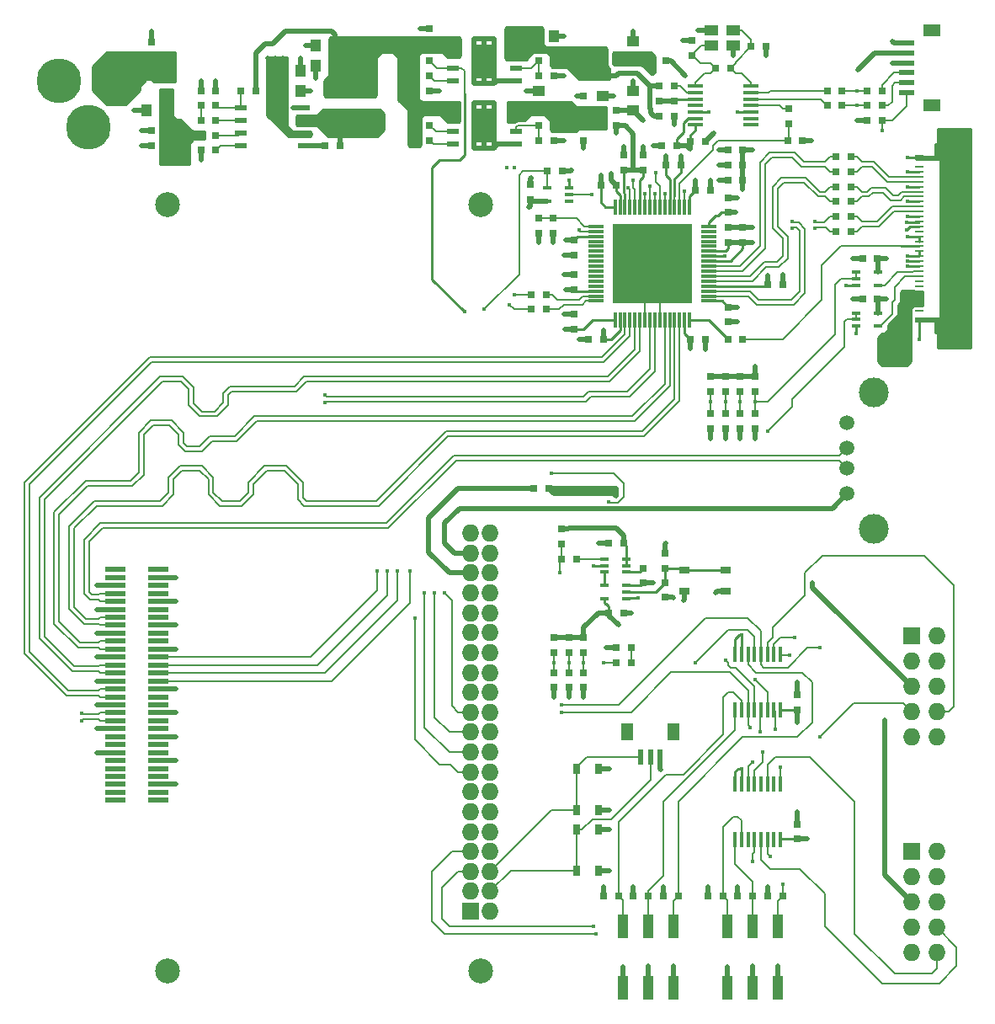
<source format=gtl>
G04 #@! TF.FileFunction,Copper,L1,Top,Signal*
%FSLAX46Y46*%
G04 Gerber Fmt 4.6, Leading zero omitted, Abs format (unit mm)*
G04 Created by KiCad (PCBNEW 4.0.7) date 05/19/19 10:50:28*
%MOMM*%
%LPD*%
G01*
G04 APERTURE LIST*
%ADD10C,0.100000*%
%ADD11R,1.727200X1.727200*%
%ADD12O,1.727200X1.727200*%
%ADD13R,2.000000X0.500000*%
%ADD14C,2.500000*%
%ADD15R,1.050000X0.650000*%
%ADD16C,1.500000*%
%ADD17C,3.000000*%
%ADD18R,1.000000X1.250000*%
%ADD19R,0.800000X0.750000*%
%ADD20R,0.750000X0.800000*%
%ADD21R,1.250000X1.000000*%
%ADD22C,4.500000*%
%ADD23R,0.650000X1.050000*%
%ADD24R,0.900000X0.250000*%
%ADD25R,0.900000X0.550000*%
%ADD26R,1.900000X1.400000*%
%ADD27R,1.130000X2.440000*%
%ADD28R,1.143000X0.508000*%
%ADD29R,2.613000X3.502000*%
%ADD30R,1.500000X0.300000*%
%ADD31R,0.300000X1.500000*%
%ADD32R,8.000000X8.000000*%
%ADD33C,0.300000*%
%ADD34R,4.700000X1.250000*%
%ADD35R,0.900000X0.400000*%
%ADD36R,1.600000X0.350000*%
%ADD37R,0.350000X1.600000*%
%ADD38R,1.400000X1.000000*%
%ADD39R,1.550000X0.600000*%
%ADD40R,1.800000X1.200000*%
%ADD41R,0.600000X1.550000*%
%ADD42R,1.200000X1.800000*%
%ADD43C,0.400000*%
%ADD44C,0.152400*%
%ADD45C,0.508000*%
%ADD46C,0.254000*%
%ADD47C,0.200000*%
G04 APERTURE END LIST*
D10*
D11*
X99100000Y-140000000D03*
D12*
X101100000Y-140000000D03*
X99100000Y-138000000D03*
X101100000Y-138000000D03*
X99100000Y-136000000D03*
X101100000Y-136000000D03*
X99100000Y-134000000D03*
X101100000Y-134000000D03*
X99100000Y-132000000D03*
X101100000Y-132000000D03*
X99100000Y-130000000D03*
X101100000Y-130000000D03*
X99100000Y-128000000D03*
X101100000Y-128000000D03*
X99100000Y-126000000D03*
X101100000Y-126000000D03*
X99100000Y-124000000D03*
X101100000Y-124000000D03*
X99100000Y-122000000D03*
X101100000Y-122000000D03*
X99100000Y-120000000D03*
X101100000Y-120000000D03*
X99100000Y-118000000D03*
X101100000Y-118000000D03*
X99100000Y-116000000D03*
X101100000Y-116000000D03*
X99100000Y-114000000D03*
X101100000Y-114000000D03*
X99100000Y-112000000D03*
X101100000Y-112000000D03*
X99100000Y-110000000D03*
X101100000Y-110000000D03*
X99100000Y-108000000D03*
X101100000Y-108000000D03*
X99100000Y-106000000D03*
X101100000Y-106000000D03*
X99100000Y-104000000D03*
X101100000Y-104000000D03*
X99100000Y-102000000D03*
X101100000Y-102000000D03*
D13*
X63350000Y-128850000D03*
X67750000Y-128850000D03*
X63350000Y-128050000D03*
X67750000Y-128050000D03*
X63350000Y-127250000D03*
X67750000Y-127250000D03*
X63350000Y-126450000D03*
X67750000Y-126450000D03*
X63350000Y-125650000D03*
X67750000Y-125650000D03*
X63350000Y-124850000D03*
X67750000Y-124850000D03*
X63350000Y-124050000D03*
X67750000Y-124050000D03*
X63350000Y-123250000D03*
X67750000Y-123250000D03*
X63350000Y-122450000D03*
X67750000Y-122450000D03*
X63350000Y-121650000D03*
X67750000Y-121650000D03*
X63350000Y-120850000D03*
X67750000Y-120850000D03*
X63350000Y-120050000D03*
X67750000Y-120050000D03*
X63350000Y-119250000D03*
X67750000Y-119250000D03*
X63350000Y-118450000D03*
X67750000Y-118450000D03*
X63350000Y-117650000D03*
X67750000Y-117650000D03*
X63350000Y-116850000D03*
X67750000Y-116850000D03*
X63350000Y-116050000D03*
X67750000Y-116050000D03*
X63350000Y-115250000D03*
X67750000Y-115250000D03*
X63350000Y-114450000D03*
X67750000Y-114450000D03*
X63350000Y-113650000D03*
X67750000Y-113650000D03*
X63350000Y-112850000D03*
X67750000Y-112850000D03*
X63350000Y-112050000D03*
X67750000Y-112050000D03*
X63350000Y-111250000D03*
X67750000Y-111250000D03*
X63350000Y-110450000D03*
X67750000Y-110450000D03*
X63350000Y-109650000D03*
X67750000Y-109650000D03*
X63350000Y-108850000D03*
X67750000Y-108850000D03*
X63350000Y-108050000D03*
X67750000Y-108050000D03*
X63350000Y-107250000D03*
X67750000Y-107250000D03*
X63350000Y-106450000D03*
X67750000Y-106450000D03*
X63350000Y-105650000D03*
X67750000Y-105650000D03*
D14*
X100100000Y-146000000D03*
X68600000Y-146000000D03*
X68600000Y-69000000D03*
X100100000Y-69000000D03*
D15*
X124750000Y-107850000D03*
X120600000Y-107850000D03*
X124750000Y-105700000D03*
X120600000Y-105700000D03*
D16*
X137000000Y-90890000D03*
X137000000Y-93430000D03*
X137000000Y-95460000D03*
X137000000Y-98000000D03*
D17*
X139670000Y-87840000D03*
X139670000Y-101560000D03*
D18*
X80000000Y-57500000D03*
X82000000Y-57500000D03*
X80000000Y-55500000D03*
X82000000Y-55500000D03*
D19*
X73500000Y-63500000D03*
X72000000Y-63500000D03*
X73500000Y-60500000D03*
X72000000Y-60500000D03*
D20*
X95000000Y-52750000D03*
X95000000Y-51250000D03*
X95000000Y-59000000D03*
X95000000Y-57500000D03*
X118700000Y-106950000D03*
X118700000Y-108450000D03*
D19*
X86000000Y-63000000D03*
X84500000Y-63000000D03*
D20*
X116500000Y-105500000D03*
X116500000Y-107000000D03*
D18*
X85500000Y-55000000D03*
X83500000Y-55000000D03*
X85500000Y-53000000D03*
X83500000Y-53000000D03*
X105500000Y-52000000D03*
X107500000Y-52000000D03*
D21*
X106000000Y-59500000D03*
X106000000Y-57500000D03*
D19*
X114500000Y-103000000D03*
X113000000Y-103000000D03*
D21*
X115500000Y-54500000D03*
X115500000Y-52500000D03*
D19*
X118750000Y-65000000D03*
X120250000Y-65000000D03*
X126500000Y-63500000D03*
X125000000Y-63500000D03*
X113750000Y-67000000D03*
X112250000Y-67000000D03*
X126500000Y-65000000D03*
X125000000Y-65000000D03*
X126500000Y-66500000D03*
X125000000Y-66500000D03*
D20*
X110500000Y-61000000D03*
X110500000Y-62500000D03*
X110500000Y-59500000D03*
X110500000Y-58000000D03*
X109500000Y-81500000D03*
X109500000Y-80000000D03*
D21*
X115500000Y-59500000D03*
X115500000Y-57500000D03*
D20*
X125000000Y-79250000D03*
X125000000Y-80750000D03*
X125000000Y-69750000D03*
X125000000Y-68250000D03*
D19*
X121750000Y-67500000D03*
X123250000Y-67500000D03*
D20*
X109500000Y-72500000D03*
X109500000Y-74000000D03*
X116500000Y-65500000D03*
X116500000Y-64000000D03*
X109500000Y-77500000D03*
X109500000Y-76000000D03*
D19*
X137350000Y-65650000D03*
X135850000Y-65650000D03*
X112500000Y-82500000D03*
X111000000Y-82500000D03*
X137350000Y-64150000D03*
X135850000Y-64150000D03*
X137350000Y-68650000D03*
X135850000Y-68650000D03*
X121250000Y-82500000D03*
X122750000Y-82500000D03*
X137350000Y-67150000D03*
X135850000Y-67150000D03*
X137350000Y-70150000D03*
X135850000Y-70150000D03*
X137350000Y-71650000D03*
X135850000Y-71650000D03*
D20*
X121400000Y-53950000D03*
X121400000Y-52450000D03*
X105100000Y-68450000D03*
X105100000Y-66950000D03*
D19*
X127350000Y-53050000D03*
X128850000Y-53050000D03*
X140050000Y-78450000D03*
X138550000Y-78450000D03*
X140050000Y-74350000D03*
X138550000Y-74350000D03*
D20*
X119600000Y-58550000D03*
X119600000Y-60050000D03*
D19*
X121250000Y-62600000D03*
X122750000Y-62600000D03*
X119850000Y-63000000D03*
X118350000Y-63000000D03*
D21*
X112400000Y-56000000D03*
X112400000Y-58000000D03*
D19*
X131000000Y-62500000D03*
X132500000Y-62500000D03*
D20*
X132000000Y-132750000D03*
X132000000Y-131250000D03*
X132000000Y-119750000D03*
X132000000Y-118250000D03*
D22*
X63700140Y-56500000D03*
X57700660Y-56500000D03*
X60700400Y-61199000D03*
D19*
X113750000Y-113500000D03*
X115250000Y-113500000D03*
D11*
X143460000Y-134000000D03*
D12*
X146000000Y-134000000D03*
X143460000Y-136540000D03*
X146000000Y-136540000D03*
X143460000Y-139080000D03*
X146000000Y-139080000D03*
X143460000Y-141620000D03*
X146000000Y-141620000D03*
X143460000Y-144160000D03*
X146000000Y-144160000D03*
D11*
X143460000Y-112340000D03*
D12*
X146000000Y-112340000D03*
X143460000Y-114880000D03*
X146000000Y-114880000D03*
X143460000Y-117420000D03*
X146000000Y-117420000D03*
X143460000Y-119960000D03*
X146000000Y-119960000D03*
X143460000Y-122500000D03*
X146000000Y-122500000D03*
D19*
X73500000Y-62000000D03*
X72000000Y-62000000D03*
D20*
X72000000Y-57500000D03*
X72000000Y-59000000D03*
X118700000Y-105550000D03*
X118700000Y-104050000D03*
D19*
X95000000Y-56000000D03*
X93500000Y-56000000D03*
X95000000Y-62500000D03*
X93500000Y-62500000D03*
D20*
X73500000Y-57500000D03*
X73500000Y-59000000D03*
D19*
X77500000Y-57500000D03*
X76000000Y-57500000D03*
X135000000Y-57500000D03*
X136500000Y-57500000D03*
X107500000Y-54500000D03*
X106000000Y-54500000D03*
X107500000Y-56000000D03*
X106000000Y-56000000D03*
X107500000Y-61000000D03*
X106000000Y-61000000D03*
X107500000Y-62500000D03*
X106000000Y-62500000D03*
X93500000Y-54500000D03*
X95000000Y-54500000D03*
X93500000Y-61000000D03*
X95000000Y-61000000D03*
X108250000Y-104600000D03*
X109750000Y-104600000D03*
D20*
X108250000Y-103050000D03*
X108250000Y-101550000D03*
X110500000Y-114000000D03*
X110500000Y-112500000D03*
X110500000Y-117500000D03*
X110500000Y-116000000D03*
X109000000Y-114000000D03*
X109000000Y-112500000D03*
X109000000Y-117500000D03*
X109000000Y-116000000D03*
X107500000Y-114000000D03*
X107500000Y-112500000D03*
X107500000Y-117500000D03*
X107500000Y-116000000D03*
D19*
X113750000Y-54500000D03*
X112250000Y-54500000D03*
D20*
X105950000Y-70350000D03*
X105950000Y-71850000D03*
X107450000Y-71850000D03*
X107450000Y-70350000D03*
D19*
X117250000Y-54500000D03*
X118750000Y-54500000D03*
X113750000Y-61000000D03*
X112250000Y-61000000D03*
X113750000Y-59500000D03*
X112250000Y-59500000D03*
X105250000Y-78000000D03*
X106750000Y-78000000D03*
X126500000Y-82500000D03*
X125000000Y-82500000D03*
X105250000Y-79500000D03*
X106750000Y-79500000D03*
D20*
X124750000Y-87750000D03*
X124750000Y-86250000D03*
X124750000Y-91500000D03*
X124750000Y-90000000D03*
X127750000Y-87750000D03*
X127750000Y-86250000D03*
X127750000Y-91500000D03*
X127750000Y-90000000D03*
X126250000Y-87750000D03*
X126250000Y-86250000D03*
X126250000Y-91500000D03*
X126250000Y-90000000D03*
X123250000Y-87750000D03*
X123250000Y-86250000D03*
X123250000Y-91500000D03*
X123250000Y-90000000D03*
D19*
X119600000Y-57050000D03*
X118100000Y-57050000D03*
X106850000Y-65600000D03*
X108350000Y-65600000D03*
X115250000Y-115000000D03*
X113750000Y-115000000D03*
X125250000Y-55250000D03*
X123750000Y-55250000D03*
X105500000Y-97500000D03*
X107000000Y-97500000D03*
D20*
X131100000Y-60800000D03*
X131100000Y-59300000D03*
D19*
X124500000Y-138500000D03*
X123000000Y-138500000D03*
X114000000Y-138500000D03*
X112500000Y-138500000D03*
X127500000Y-138500000D03*
X126000000Y-138500000D03*
X117000000Y-138500000D03*
X115500000Y-138500000D03*
X130500000Y-138500000D03*
X129000000Y-138500000D03*
X120000000Y-138500000D03*
X118500000Y-138500000D03*
D23*
X109800000Y-135950000D03*
X109800000Y-131800000D03*
X111950000Y-135950000D03*
X111950000Y-131800000D03*
X109800000Y-129850000D03*
X109800000Y-125700000D03*
X111950000Y-129850000D03*
X111950000Y-125700000D03*
D20*
X67000000Y-54100000D03*
X67000000Y-52600000D03*
D18*
X68500000Y-59500000D03*
X66500000Y-59500000D03*
D19*
X68500000Y-61500000D03*
X67000000Y-61500000D03*
X68500000Y-63000000D03*
X67000000Y-63000000D03*
D24*
X144280000Y-65150000D03*
X144280000Y-65650000D03*
X144280000Y-66150000D03*
X144280000Y-66650000D03*
X144280000Y-67150000D03*
X144280000Y-67650000D03*
X144280000Y-68150000D03*
X144280000Y-68650000D03*
X144280000Y-69150000D03*
X144280000Y-69650000D03*
X144280000Y-70150000D03*
X144280000Y-70650000D03*
X144280000Y-71150000D03*
X144280000Y-71650000D03*
X144280000Y-72150000D03*
X144280000Y-72650000D03*
X144280000Y-73150000D03*
X144280000Y-73650000D03*
X144280000Y-74150000D03*
X144280000Y-74650000D03*
X144280000Y-75153000D03*
X144280000Y-75650000D03*
X144280000Y-76150000D03*
X144280000Y-76650000D03*
X144280000Y-77150000D03*
X144280000Y-77650000D03*
X144280000Y-78150000D03*
X144280000Y-78650000D03*
X144280000Y-79150000D03*
X144280000Y-79650000D03*
D25*
X144280000Y-64250000D03*
X144280000Y-80550000D03*
D26*
X147100000Y-62050000D03*
X147100000Y-82750000D03*
D27*
X124920000Y-147670000D03*
X124920000Y-141500000D03*
X127460000Y-147670000D03*
X127460000Y-141500000D03*
X130000000Y-147670000D03*
X130000000Y-141500000D03*
X114420000Y-147670000D03*
X114420000Y-141500000D03*
X116960000Y-147670000D03*
X116960000Y-141500000D03*
X119500000Y-147670000D03*
X119500000Y-141500000D03*
D28*
X76000000Y-63040000D03*
X76000000Y-61770000D03*
X76000000Y-60500000D03*
X76000000Y-59230000D03*
X82350000Y-59230000D03*
X82350000Y-60500000D03*
X82350000Y-61770000D03*
X82350000Y-63040000D03*
X103675000Y-52690000D03*
X103675000Y-53960000D03*
X103675000Y-55230000D03*
X103675000Y-56500000D03*
X97325000Y-56500000D03*
X97325000Y-55230000D03*
X97325000Y-53960000D03*
X97325000Y-52690000D03*
D29*
X100500000Y-54595000D03*
D28*
X103675000Y-59095000D03*
X103675000Y-60365000D03*
X103675000Y-61635000D03*
X103675000Y-62905000D03*
X97325000Y-62905000D03*
X97325000Y-61635000D03*
X97325000Y-60365000D03*
X97325000Y-59095000D03*
D29*
X100500000Y-61000000D03*
D30*
X111700000Y-71150000D03*
X111700000Y-71650000D03*
X111700000Y-72150000D03*
X111700000Y-72650000D03*
X111700000Y-73150000D03*
X111700000Y-73650000D03*
X111700000Y-74150000D03*
X111700000Y-74650000D03*
X111700000Y-75150000D03*
X111700000Y-75650000D03*
X111700000Y-76150000D03*
X111700000Y-76650000D03*
X111700000Y-77150000D03*
X111700000Y-77650000D03*
X111700000Y-78150000D03*
X111700000Y-78650000D03*
D31*
X113650000Y-80600000D03*
X114150000Y-80600000D03*
X114650000Y-80600000D03*
X115150000Y-80600000D03*
X115650000Y-80600000D03*
X116150000Y-80600000D03*
X116650000Y-80600000D03*
X117150000Y-80600000D03*
X117650000Y-80600000D03*
X118150000Y-80600000D03*
X118650000Y-80600000D03*
X119150000Y-80600000D03*
X119650000Y-80600000D03*
X120150000Y-80600000D03*
X120650000Y-80600000D03*
X121150000Y-80600000D03*
D30*
X123100000Y-78650000D03*
X123100000Y-78150000D03*
X123100000Y-77650000D03*
X123100000Y-77150000D03*
X123100000Y-76650000D03*
X123100000Y-76150000D03*
X123100000Y-75650000D03*
X123100000Y-75150000D03*
X123100000Y-74650000D03*
X123100000Y-74150000D03*
X123100000Y-73650000D03*
X123100000Y-73150000D03*
X123100000Y-72650000D03*
X123100000Y-72150000D03*
X123100000Y-71650000D03*
X123100000Y-71150000D03*
D31*
X121150000Y-69200000D03*
X120650000Y-69200000D03*
X120150000Y-69200000D03*
X119650000Y-69200000D03*
X119150000Y-69200000D03*
X118650000Y-69200000D03*
X118150000Y-69200000D03*
X117650000Y-69200000D03*
X117150000Y-69200000D03*
X116650000Y-69200000D03*
X116150000Y-69200000D03*
X115650000Y-69200000D03*
X115150000Y-69200000D03*
X114650000Y-69200000D03*
X114150000Y-69200000D03*
X113650000Y-69200000D03*
D32*
X117400000Y-74900000D03*
D33*
X113900000Y-71400000D03*
X114900000Y-71400000D03*
X115900000Y-71400000D03*
X116900000Y-71400000D03*
X117900000Y-71400000D03*
X118900000Y-71400000D03*
X119900000Y-71400000D03*
X120900000Y-71400000D03*
X120900000Y-72400000D03*
X119900000Y-72400000D03*
X118900000Y-72400000D03*
X117900000Y-72400000D03*
X116900000Y-72400000D03*
X115900000Y-72400000D03*
X114900000Y-72400000D03*
X113900000Y-72400000D03*
X113900000Y-73400000D03*
X113900000Y-74400000D03*
X114900000Y-73400000D03*
X114900000Y-74400000D03*
X115900000Y-74400000D03*
X115900000Y-73400000D03*
X116900000Y-73400000D03*
X116900000Y-74400000D03*
X117900000Y-74400000D03*
X117900000Y-73400000D03*
X118900000Y-73400000D03*
X118900000Y-74400000D03*
X119900000Y-73400000D03*
X119900000Y-74400000D03*
X120900000Y-73400000D03*
X120900000Y-74400000D03*
X113900000Y-78400000D03*
X113900000Y-77400000D03*
X113900000Y-76400000D03*
X113900000Y-75400000D03*
X114900000Y-75400000D03*
X114900000Y-76400000D03*
X114900000Y-77400000D03*
X114900000Y-78400000D03*
X115900000Y-78400000D03*
X115900000Y-77400000D03*
X115900000Y-76400000D03*
X115900000Y-75400000D03*
X116900000Y-75400000D03*
X116900000Y-76400000D03*
X116900000Y-77400000D03*
X116900000Y-78400000D03*
X117900000Y-78400000D03*
X117900000Y-77400000D03*
X117900000Y-76400000D03*
X117900000Y-75400000D03*
X118900000Y-75400000D03*
X118900000Y-76400000D03*
X118900000Y-77400000D03*
X118900000Y-78400000D03*
X119900000Y-78400000D03*
X119900000Y-77400000D03*
X119900000Y-76400000D03*
X119900000Y-75400000D03*
X120900000Y-75400000D03*
X120900000Y-76400000D03*
X120900000Y-77400000D03*
X120900000Y-78400000D03*
D20*
X68500000Y-57750000D03*
X68500000Y-56250000D03*
X118100000Y-58550000D03*
X118100000Y-60050000D03*
D34*
X87000000Y-60625000D03*
X87000000Y-57375000D03*
D35*
X114750000Y-108550000D03*
X114750000Y-107900000D03*
X114750000Y-107250000D03*
X112550000Y-108550000D03*
X112550000Y-107250000D03*
X112550000Y-104600000D03*
X112550000Y-105250000D03*
X112550000Y-105900000D03*
X114750000Y-105250000D03*
X114750000Y-105900000D03*
X114750000Y-104600000D03*
X109050000Y-68600000D03*
X109050000Y-67950000D03*
X109050000Y-67300000D03*
X106850000Y-68600000D03*
X106850000Y-67300000D03*
X137900000Y-75750000D03*
X137900000Y-76400000D03*
X137900000Y-77050000D03*
X140100000Y-75750000D03*
X140100000Y-77050000D03*
X137900000Y-79850000D03*
X137900000Y-80500000D03*
X137900000Y-81150000D03*
X140100000Y-79850000D03*
X140100000Y-81150000D03*
D36*
X121700000Y-57050000D03*
X121700000Y-57700000D03*
X121700000Y-58350000D03*
X121700000Y-59000000D03*
X121700000Y-59650000D03*
X121700000Y-60300000D03*
X121700000Y-60950000D03*
X127300000Y-60950000D03*
X127300000Y-60300000D03*
X127300000Y-59650000D03*
X127300000Y-59000000D03*
X127300000Y-58350000D03*
X127300000Y-57700000D03*
X127300000Y-57050000D03*
D37*
X130275000Y-127200000D03*
X129625000Y-127200000D03*
X128975000Y-127200000D03*
X128325000Y-127200000D03*
X127675000Y-127200000D03*
X127025000Y-127200000D03*
X126375000Y-127200000D03*
X125725000Y-127200000D03*
X130275000Y-132800000D03*
X129625000Y-132800000D03*
X128975000Y-132800000D03*
X128325000Y-132800000D03*
X127675000Y-132800000D03*
X127025000Y-132800000D03*
X126375000Y-132800000D03*
X125725000Y-132800000D03*
X130275000Y-114200000D03*
X129625000Y-114200000D03*
X128975000Y-114200000D03*
X128325000Y-114200000D03*
X127675000Y-114200000D03*
X127025000Y-114200000D03*
X126375000Y-114200000D03*
X125725000Y-114200000D03*
X130275000Y-119800000D03*
X129625000Y-119800000D03*
X128975000Y-119800000D03*
X128325000Y-119800000D03*
X127675000Y-119800000D03*
X127025000Y-119800000D03*
X126375000Y-119800000D03*
X125725000Y-119800000D03*
D38*
X123300000Y-53000000D03*
X125500000Y-53000000D03*
X123300000Y-51400000D03*
X125500000Y-51400000D03*
D19*
X135000000Y-59000000D03*
X136500000Y-59000000D03*
D20*
X114500000Y-65500000D03*
X114500000Y-64000000D03*
D19*
X129000000Y-77000000D03*
X130500000Y-77000000D03*
D20*
X125000000Y-72750000D03*
X125000000Y-71250000D03*
X126500000Y-72750000D03*
X126500000Y-71250000D03*
D19*
X113000000Y-110000000D03*
X114500000Y-110000000D03*
D39*
X142975000Y-52700000D03*
X142975000Y-53700000D03*
X142975000Y-54700000D03*
X142975000Y-55700000D03*
X142975000Y-56700000D03*
X142975000Y-57700000D03*
D40*
X145500000Y-51400000D03*
X145500000Y-59000000D03*
D19*
X140500000Y-57500000D03*
X139000000Y-57500000D03*
X140500000Y-59000000D03*
X139000000Y-59000000D03*
X140500000Y-60500000D03*
X139000000Y-60500000D03*
D41*
X116200000Y-124525000D03*
X117200000Y-124525000D03*
X118200000Y-124525000D03*
D42*
X114900000Y-122000000D03*
X119500000Y-122000000D03*
D43*
X141000000Y-84250000D03*
X141750000Y-84250000D03*
X142500000Y-84250000D03*
X142500000Y-83500000D03*
X141750000Y-83500000D03*
X141000000Y-83500000D03*
X141000000Y-82750000D03*
X141750000Y-82750000D03*
X142500000Y-82750000D03*
X80250000Y-54250000D03*
X79500000Y-54250000D03*
X78750000Y-54250000D03*
X69908000Y-63500000D03*
X70750000Y-63500000D03*
X70750000Y-64500000D03*
X70000000Y-64500000D03*
X69250000Y-64500000D03*
X68500000Y-64500000D03*
X118250000Y-125750000D03*
X141500000Y-54750000D03*
X117500000Y-63000000D03*
X110500000Y-63250000D03*
X66000000Y-63000000D03*
X66000000Y-61500000D03*
X65250000Y-59500000D03*
X144250000Y-82500000D03*
X115500000Y-51500000D03*
X112750000Y-113500000D03*
X105250000Y-66250000D03*
X115500000Y-56500000D03*
X113500000Y-58000000D03*
X109750000Y-58000000D03*
X110500000Y-118500000D03*
X109000000Y-118500000D03*
X107500000Y-118500000D03*
X124750000Y-92500000D03*
X127750000Y-92500000D03*
X126250000Y-92500000D03*
X123250000Y-92500000D03*
X115250000Y-110000000D03*
X112000000Y-103000000D03*
X123750000Y-108000000D03*
X120500000Y-108750000D03*
X119500000Y-108500000D03*
X117500000Y-107000000D03*
X111500000Y-105250000D03*
X108500000Y-52000000D03*
X94000000Y-51250000D03*
X108500000Y-56000000D03*
X104750000Y-57500000D03*
X108500000Y-62500000D03*
X101500000Y-52250000D03*
X99500000Y-52250000D03*
X99500000Y-56750000D03*
X101500000Y-56750000D03*
X100500000Y-56750000D03*
X100500000Y-52250000D03*
X101500000Y-58750000D03*
X99500000Y-58750000D03*
X100500000Y-58750000D03*
X101500000Y-63250000D03*
X99500000Y-63250000D03*
X100500000Y-63250000D03*
X96000000Y-57500000D03*
X72000000Y-64500000D03*
X72000000Y-56500000D03*
X73500000Y-56500000D03*
X82500000Y-53000000D03*
X81250000Y-59250000D03*
X83000000Y-57500000D03*
X82000000Y-54250000D03*
X83500000Y-56250000D03*
X67000000Y-51500000D03*
X109050000Y-66500000D03*
X107450000Y-72750000D03*
X126350000Y-125650000D03*
X126350000Y-112250000D03*
X119600000Y-60900000D03*
X133400000Y-62500000D03*
X123600000Y-61750000D03*
X113050000Y-135950000D03*
X113050000Y-131800000D03*
X113050000Y-129850000D03*
X113050000Y-125700000D03*
X128850000Y-53950000D03*
X120450000Y-52450000D03*
X130000000Y-145500000D03*
X127460000Y-145540000D03*
X124920000Y-145580000D03*
X119500000Y-145500000D03*
X114420000Y-145580000D03*
X116960000Y-145540000D03*
X132000000Y-130000000D03*
X132000000Y-117000000D03*
X137550000Y-74350000D03*
X137550000Y-78450000D03*
X122000000Y-51400000D03*
X125500000Y-54000000D03*
X123050000Y-59650000D03*
X125950000Y-59650000D03*
X136850000Y-77100000D03*
X137900000Y-81900000D03*
X124100000Y-63500000D03*
X124100000Y-65000000D03*
X124100000Y-66500000D03*
X120250000Y-64050000D03*
X116500000Y-63100000D03*
X114500000Y-63100000D03*
X143100000Y-64250000D03*
X143100000Y-75150000D03*
X143100000Y-74650000D03*
X143100000Y-74150000D03*
X143100000Y-65650000D03*
X143100000Y-67150000D03*
X143100000Y-72150000D03*
X143100000Y-68650000D03*
X143100000Y-70150000D03*
X110000000Y-82500000D03*
X108500000Y-80000000D03*
X108500000Y-76000000D03*
X108500000Y-74000000D03*
X112250000Y-66000000D03*
X123250000Y-66500000D03*
X125950000Y-68250000D03*
X127450000Y-71250000D03*
X130500000Y-76000000D03*
X126000000Y-80750000D03*
X122750000Y-83500000D03*
X69500000Y-106450000D03*
X69500000Y-108850000D03*
X69500000Y-111250000D03*
X69500000Y-113650000D03*
X69500000Y-117650000D03*
X69500000Y-120050000D03*
X69500000Y-122450000D03*
X69500000Y-124850000D03*
X69500000Y-127250000D03*
X61500000Y-124050000D03*
X61500000Y-121650000D03*
X61500000Y-119250000D03*
X61500000Y-116850000D03*
X61500000Y-114450000D03*
X61500000Y-112050000D03*
X61500000Y-109650000D03*
X61500000Y-107250000D03*
X141500000Y-52500000D03*
X142997251Y-70766498D03*
X143000000Y-71500000D03*
X109250000Y-65500000D03*
X90250000Y-52250000D03*
X89250000Y-52250000D03*
X88250000Y-52250000D03*
X87250000Y-52250000D03*
X132000000Y-121000000D03*
X133000000Y-132750000D03*
X129000000Y-137500000D03*
X126000000Y-137500000D03*
X123000000Y-137500000D03*
X118500000Y-137500000D03*
X115500000Y-137500000D03*
X112500000Y-137500000D03*
X140950000Y-78450000D03*
X140950000Y-74350000D03*
X138000000Y-60500000D03*
X138086725Y-55413275D03*
X114000000Y-111250000D03*
X140750000Y-120750000D03*
X133500000Y-107000000D03*
X121250000Y-63400000D03*
X110250000Y-56000000D03*
X110750000Y-56000000D03*
X111250000Y-56000000D03*
X113750000Y-98250000D03*
X113750000Y-97500000D03*
X105000000Y-69250000D03*
X127750000Y-85250000D03*
X118750000Y-103000000D03*
X114500000Y-102250000D03*
X105950000Y-72750000D03*
X117500000Y-55500000D03*
X118750000Y-64050000D03*
X113250000Y-65850000D03*
X113750000Y-61750000D03*
X121750000Y-66500000D03*
X115500000Y-65500000D03*
X108600000Y-81500000D03*
X126000000Y-79250000D03*
X116500000Y-60500000D03*
X125750000Y-69750000D03*
X108650000Y-72500000D03*
X108650000Y-77500000D03*
X112500000Y-81600000D03*
X121250000Y-83400000D03*
X129000000Y-76050000D03*
X127450000Y-72750000D03*
X131500000Y-70627400D03*
X133750000Y-70627400D03*
X131500000Y-71372600D03*
X133750000Y-71372600D03*
X111500000Y-141500000D03*
X130250000Y-125500000D03*
X111750000Y-142250000D03*
X127500000Y-135000000D03*
X128500000Y-124000000D03*
X124750000Y-114750000D03*
X93500000Y-110500000D03*
X131250000Y-114250000D03*
X94500000Y-108000000D03*
X121750000Y-115000000D03*
X96500000Y-108000000D03*
X60000000Y-120822600D03*
X84500000Y-88127400D03*
X60000000Y-120077400D03*
X84500000Y-88872600D03*
X93000000Y-105750000D03*
X129750000Y-121750000D03*
X131750000Y-112500000D03*
X91750000Y-105750000D03*
X138000000Y-59000000D03*
X102750000Y-65250000D03*
X103500000Y-78000000D03*
X108250000Y-120000000D03*
X127250000Y-121500000D03*
X90750000Y-105750000D03*
X138000000Y-57500000D03*
X103500000Y-65250000D03*
X103000000Y-79000000D03*
X108250000Y-119250000D03*
X134250000Y-113500000D03*
X89750000Y-105750000D03*
X128250000Y-122000000D03*
X134250000Y-122500000D03*
X113000000Y-98821000D03*
X107250000Y-96000000D03*
X116000000Y-108500000D03*
X98500000Y-79750000D03*
X108069896Y-105930104D03*
X110000000Y-71500000D03*
X110500000Y-115000000D03*
X120650000Y-67600000D03*
X117750000Y-65750000D03*
X109000000Y-115000000D03*
X115500000Y-66500000D03*
X107500000Y-115000000D03*
X129000000Y-91750000D03*
X124750000Y-88750000D03*
X117150000Y-67100000D03*
X127750000Y-88750000D03*
X118650000Y-67850000D03*
X126250000Y-88750000D03*
X117650000Y-67850000D03*
X123250000Y-88750000D03*
X116650000Y-67850000D03*
X112500000Y-115000000D03*
X100500000Y-79500000D03*
X111300000Y-67950000D03*
X114989222Y-67250000D03*
X127500000Y-125000000D03*
X130500000Y-137250000D03*
X120750000Y-56000000D03*
X127500000Y-63500000D03*
X126500000Y-67400000D03*
X124700000Y-74150000D03*
X129250000Y-134500000D03*
X127750000Y-116750000D03*
X95500000Y-108000000D03*
X140500000Y-61500000D03*
D44*
X144280000Y-78150000D02*
X144280000Y-77650000D01*
X141750000Y-84250000D02*
X141000000Y-84250000D01*
X142500000Y-83500000D02*
X142500000Y-84250000D01*
X141000000Y-83500000D02*
X141750000Y-83500000D01*
X141750000Y-82750000D02*
X141000000Y-82750000D01*
X144280000Y-79150000D02*
X143677600Y-79150000D01*
X143677600Y-79150000D02*
X142500000Y-80327600D01*
X142500000Y-80327600D02*
X142500000Y-82750000D01*
D45*
X80000000Y-55500000D02*
X80000000Y-54500000D01*
X80000000Y-54500000D02*
X80250000Y-54250000D01*
X80000000Y-55500000D02*
X80000000Y-54750000D01*
X80000000Y-54750000D02*
X79500000Y-54250000D01*
X80000000Y-55500000D02*
X78750000Y-54250000D01*
X69908000Y-63500000D02*
X70158000Y-63750000D01*
X68500000Y-63000000D02*
X69408000Y-63000000D01*
X69408000Y-63000000D02*
X69908000Y-63500000D01*
X70250000Y-63000000D02*
X70750000Y-63500000D01*
X68500000Y-63000000D02*
X70250000Y-63000000D01*
X70158000Y-63750000D02*
X70158000Y-63908000D01*
X70158000Y-63908000D02*
X70750000Y-64500000D01*
X68500000Y-63000000D02*
X70000000Y-64500000D01*
X69250000Y-63750000D02*
X69250000Y-64500000D01*
X68500000Y-63000000D02*
X69250000Y-63750000D01*
X68500000Y-63000000D02*
X68500000Y-64500000D01*
X118200000Y-124525000D02*
X118200000Y-125700000D01*
X118200000Y-125700000D02*
X118250000Y-125750000D01*
X142975000Y-54700000D02*
X141550000Y-54700000D01*
X141550000Y-54700000D02*
X141500000Y-54750000D01*
X118350000Y-63000000D02*
X117500000Y-63000000D01*
X110500000Y-62500000D02*
X110500000Y-63250000D01*
X67000000Y-63000000D02*
X66000000Y-63000000D01*
X67000000Y-61500000D02*
X66000000Y-61500000D01*
X66500000Y-59500000D02*
X65250000Y-59500000D01*
D46*
X144280000Y-80550000D02*
X144280000Y-82470000D01*
X144280000Y-82470000D02*
X144250000Y-82500000D01*
D45*
X115500000Y-52500000D02*
X115500000Y-51500000D01*
X113750000Y-113500000D02*
X112750000Y-113500000D01*
X105100000Y-66950000D02*
X105100000Y-66400000D01*
X105100000Y-66400000D02*
X105250000Y-66250000D01*
X115500000Y-57500000D02*
X115500000Y-56500000D01*
X112400000Y-58000000D02*
X113500000Y-58000000D01*
X110500000Y-58000000D02*
X109750000Y-58000000D01*
X110500000Y-117500000D02*
X110500000Y-118500000D01*
X109000000Y-117500000D02*
X109000000Y-118500000D01*
X107500000Y-117500000D02*
X107500000Y-118500000D01*
X124750000Y-91500000D02*
X124750000Y-92500000D01*
X127750000Y-91500000D02*
X127750000Y-92500000D01*
X126250000Y-91500000D02*
X126250000Y-92500000D01*
X123250000Y-91500000D02*
X123250000Y-92500000D01*
X114500000Y-110000000D02*
X115250000Y-110000000D01*
X113000000Y-103000000D02*
X112000000Y-103000000D01*
X124750000Y-107850000D02*
X123900000Y-107850000D01*
X123900000Y-107850000D02*
X123750000Y-108000000D01*
X120600000Y-107850000D02*
X120600000Y-108650000D01*
X120600000Y-108650000D02*
X120500000Y-108750000D01*
X118700000Y-108450000D02*
X119450000Y-108450000D01*
X119450000Y-108450000D02*
X119500000Y-108500000D01*
D46*
X114750000Y-107250000D02*
X116250000Y-107250000D01*
X116250000Y-107250000D02*
X116500000Y-107000000D01*
D45*
X116500000Y-107000000D02*
X117500000Y-107000000D01*
D46*
X112550000Y-105250000D02*
X111500000Y-105250000D01*
D45*
X107500000Y-52000000D02*
X108500000Y-52000000D01*
X95000000Y-51250000D02*
X94000000Y-51250000D01*
X107500000Y-56000000D02*
X108500000Y-56000000D01*
X106000000Y-57500000D02*
X104750000Y-57500000D01*
X107500000Y-62500000D02*
X108500000Y-62500000D01*
X103675000Y-62905000D02*
X101845000Y-62905000D01*
X101845000Y-62905000D02*
X101500000Y-63250000D01*
X103675000Y-56500000D02*
X101750000Y-56500000D01*
X101750000Y-56500000D02*
X101500000Y-56750000D01*
X101500000Y-56750000D02*
X101500000Y-55595000D01*
X101500000Y-55595000D02*
X100500000Y-54595000D01*
X99500000Y-56750000D02*
X99500000Y-55595000D01*
X99500000Y-55595000D02*
X100500000Y-54595000D01*
X99500000Y-52250000D02*
X99500000Y-53595000D01*
X99500000Y-53595000D02*
X100500000Y-54595000D01*
X101500000Y-52250000D02*
X101500000Y-53595000D01*
X101500000Y-53595000D02*
X100500000Y-54595000D01*
X100500000Y-52250000D02*
X101500000Y-52250000D01*
X100500000Y-52250000D02*
X99500000Y-52250000D01*
X100500000Y-56750000D02*
X99500000Y-56750000D01*
X100500000Y-56750000D02*
X101500000Y-56750000D01*
X100500000Y-54595000D02*
X100500000Y-56750000D01*
X100500000Y-54595000D02*
X100500000Y-52250000D01*
X101500000Y-63250000D02*
X101500000Y-62000000D01*
X101500000Y-62000000D02*
X100500000Y-61000000D01*
X99500000Y-58750000D02*
X99500000Y-60000000D01*
X99500000Y-60000000D02*
X100500000Y-61000000D01*
X101500000Y-58750000D02*
X101500000Y-60000000D01*
X101500000Y-60000000D02*
X100500000Y-61000000D01*
X100500000Y-58750000D02*
X101500000Y-58750000D01*
X100500000Y-58750000D02*
X99500000Y-58750000D01*
X100500000Y-61000000D02*
X100500000Y-58750000D01*
X100500000Y-63250000D02*
X101500000Y-63250000D01*
X99500000Y-63250000D02*
X99500000Y-62000000D01*
X99500000Y-62000000D02*
X100500000Y-61000000D01*
X100500000Y-63250000D02*
X99500000Y-63250000D01*
X100500000Y-61000000D02*
X100500000Y-63250000D01*
X95000000Y-57500000D02*
X96000000Y-57500000D01*
X72000000Y-63500000D02*
X72000000Y-64500000D01*
X72000000Y-57500000D02*
X72000000Y-56500000D01*
X73500000Y-57500000D02*
X73500000Y-56500000D01*
X83500000Y-53000000D02*
X82500000Y-53000000D01*
X82350000Y-59230000D02*
X81270000Y-59230000D01*
X81270000Y-59230000D02*
X81250000Y-59250000D01*
X82000000Y-57500000D02*
X83000000Y-57500000D01*
X82000000Y-55500000D02*
X82000000Y-54250000D01*
X83500000Y-55000000D02*
X83500000Y-56250000D01*
D47*
X118150000Y-80600000D02*
X118150000Y-78650000D01*
X118150000Y-78650000D02*
X117900000Y-78400000D01*
X116650000Y-80600000D02*
X116650000Y-78650000D01*
X116650000Y-78650000D02*
X116900000Y-78400000D01*
D45*
X67000000Y-52600000D02*
X67000000Y-51500000D01*
D46*
X109050000Y-67300000D02*
X109050000Y-66500000D01*
D45*
X107450000Y-71850000D02*
X107450000Y-72750000D01*
D46*
X126375000Y-127200000D02*
X126375000Y-125675000D01*
X126375000Y-125675000D02*
X126350000Y-125650000D01*
X125725000Y-125975000D02*
X126050000Y-125650000D01*
X126050000Y-125650000D02*
X126350000Y-125650000D01*
X125725000Y-127200000D02*
X125725000Y-125975000D01*
X126375000Y-114200000D02*
X126375000Y-112275000D01*
X126375000Y-112275000D02*
X126350000Y-112250000D01*
X125725000Y-112625000D02*
X126100000Y-112250000D01*
X126100000Y-112250000D02*
X126350000Y-112250000D01*
X125725000Y-114200000D02*
X125725000Y-112625000D01*
D45*
X119600000Y-60050000D02*
X119600000Y-60900000D01*
X132500000Y-62500000D02*
X133400000Y-62500000D01*
X122750000Y-62600000D02*
X123600000Y-61750000D01*
X111950000Y-135950000D02*
X113050000Y-135950000D01*
X111950000Y-131800000D02*
X113050000Y-131800000D01*
X111950000Y-129850000D02*
X113050000Y-129850000D01*
X111950000Y-125700000D02*
X113050000Y-125700000D01*
X128850000Y-53050000D02*
X128850000Y-53950000D01*
X121400000Y-52450000D02*
X120450000Y-52450000D01*
X130000000Y-145942000D02*
X130000000Y-145500000D01*
X130000000Y-147670000D02*
X130000000Y-145942000D01*
X127460000Y-147670000D02*
X127460000Y-145540000D01*
X124920000Y-147670000D02*
X124920000Y-145580000D01*
X119500000Y-147670000D02*
X119500000Y-145500000D01*
X116960000Y-147670000D02*
X116960000Y-145540000D01*
X114420000Y-147670000D02*
X114420000Y-145580000D01*
X132000000Y-131250000D02*
X132000000Y-130000000D01*
X132000000Y-118250000D02*
X132000000Y-117000000D01*
X138550000Y-74350000D02*
X137550000Y-74350000D01*
X138550000Y-78450000D02*
X137550000Y-78450000D01*
X123300000Y-51400000D02*
X122000000Y-51400000D01*
X125500000Y-53000000D02*
X125500000Y-54000000D01*
D46*
X121700000Y-59650000D02*
X123050000Y-59650000D01*
X127300000Y-59650000D02*
X125950000Y-59650000D01*
D47*
X119650000Y-69200000D02*
X119650000Y-68500000D01*
X119650000Y-68500000D02*
X119627009Y-68477009D01*
X119627009Y-68477009D02*
X119627009Y-68143407D01*
D46*
X137900000Y-77100000D02*
X136850000Y-77100000D01*
X137900000Y-81150000D02*
X137900000Y-81900000D01*
D45*
X125000000Y-63500000D02*
X124100000Y-63500000D01*
X125000000Y-65000000D02*
X124100000Y-65000000D01*
X125000000Y-66500000D02*
X124100000Y-66500000D01*
X120250000Y-65000000D02*
X120250000Y-64050000D01*
X116500000Y-64000000D02*
X116500000Y-63100000D01*
X114500000Y-64000000D02*
X114500000Y-63100000D01*
D46*
X144280000Y-74150000D02*
X144280000Y-73650000D01*
X144280000Y-72650000D02*
X144280000Y-72150000D01*
X144280000Y-64250000D02*
X143100000Y-64250000D01*
X144280000Y-75153000D02*
X143103000Y-75153000D01*
X143103000Y-75153000D02*
X143100000Y-75150000D01*
X144280000Y-74650000D02*
X143100000Y-74650000D01*
X144280000Y-74150000D02*
X143100000Y-74150000D01*
X144280000Y-65650000D02*
X143100000Y-65650000D01*
X144280000Y-67150000D02*
X143100000Y-67150000D01*
X144280000Y-72150000D02*
X143100000Y-72150000D01*
X144280000Y-68650000D02*
X143100000Y-68650000D01*
X144280000Y-70150000D02*
X143100000Y-70150000D01*
X119627009Y-66372991D02*
X119627009Y-68143407D01*
X120250000Y-65000000D02*
X120250000Y-65750000D01*
X120250000Y-65750000D02*
X119627009Y-66372991D01*
D45*
X111000000Y-82500000D02*
X110000000Y-82500000D01*
X109500000Y-80000000D02*
X108500000Y-80000000D01*
X109500000Y-76000000D02*
X108500000Y-76000000D01*
X109500000Y-74000000D02*
X108500000Y-74000000D01*
D46*
X112250000Y-67000000D02*
X112250000Y-68750000D01*
X112250000Y-68750000D02*
X112700000Y-69200000D01*
X112700000Y-69200000D02*
X113647999Y-69200000D01*
D45*
X112250000Y-67000000D02*
X112250000Y-66000000D01*
X123250000Y-67500000D02*
X123250000Y-66500000D01*
X125000000Y-68250000D02*
X125950000Y-68250000D01*
X126500000Y-71250000D02*
X127450000Y-71250000D01*
X125000000Y-71250000D02*
X126500000Y-71250000D01*
X130500000Y-77000000D02*
X130500000Y-76000000D01*
X125000000Y-80750000D02*
X126000000Y-80750000D01*
X122750000Y-82500000D02*
X122750000Y-83500000D01*
X67750000Y-106450000D02*
X69500000Y-106450000D01*
X67750000Y-108850000D02*
X69500000Y-108850000D01*
X67750000Y-111250000D02*
X69500000Y-111250000D01*
X67750000Y-113650000D02*
X69500000Y-113650000D01*
X67750000Y-117650000D02*
X69500000Y-117650000D01*
X67750000Y-120050000D02*
X69500000Y-120050000D01*
X67750000Y-122450000D02*
X69500000Y-122450000D01*
X67750000Y-124850000D02*
X69500000Y-124850000D01*
X67750000Y-127250000D02*
X69500000Y-127250000D01*
X63350000Y-124050000D02*
X61500000Y-124050000D01*
X63350000Y-121650000D02*
X61500000Y-121650000D01*
X63350000Y-119250000D02*
X61500000Y-119250000D01*
X63350000Y-116850000D02*
X61500000Y-116850000D01*
X63350000Y-114450000D02*
X61500000Y-114450000D01*
X63350000Y-112050000D02*
X61500000Y-112050000D01*
X63350000Y-109650000D02*
X61500000Y-109650000D01*
X63350000Y-107250000D02*
X61500000Y-107250000D01*
X142975000Y-52700000D02*
X141700000Y-52700000D01*
X141700000Y-52700000D02*
X141500000Y-52500000D01*
D46*
X144280000Y-70650000D02*
X144163502Y-70766498D01*
X144163502Y-70766498D02*
X142997251Y-70766498D01*
X144280000Y-71150000D02*
X143350000Y-71150000D01*
X143350000Y-71150000D02*
X143000000Y-71500000D01*
D45*
X108350000Y-65600000D02*
X109150000Y-65600000D01*
X109150000Y-65600000D02*
X109250000Y-65500000D01*
X89750000Y-53000000D02*
X89750000Y-52750000D01*
X89750000Y-52750000D02*
X90250000Y-52250000D01*
X85500000Y-53000000D02*
X89750000Y-53000000D01*
X88750000Y-53000000D02*
X88750000Y-52750000D01*
X88750000Y-52750000D02*
X89250000Y-52250000D01*
X85500000Y-53000000D02*
X88750000Y-53000000D01*
X85500000Y-53000000D02*
X88500000Y-53000000D01*
X86508000Y-53000000D02*
X87500000Y-53000000D01*
X87500000Y-53000000D02*
X88250000Y-52250000D01*
X85500000Y-53000000D02*
X86508000Y-53000000D01*
X85500000Y-53000000D02*
X86500000Y-53000000D01*
X86500000Y-53000000D02*
X87250000Y-52250000D01*
X78500000Y-52750000D02*
X77500000Y-53750000D01*
X77500000Y-53750000D02*
X77500000Y-57500000D01*
X79213368Y-52750000D02*
X78500000Y-52750000D01*
X85133000Y-51500000D02*
X80463368Y-51500000D01*
X80463368Y-51500000D02*
X79213368Y-52750000D01*
X85500000Y-53000000D02*
X85500000Y-51867000D01*
X85500000Y-51867000D02*
X85133000Y-51500000D01*
X132000000Y-119750000D02*
X132000000Y-121000000D01*
X132000000Y-132750000D02*
X133000000Y-132750000D01*
X129000000Y-138500000D02*
X129000000Y-137500000D01*
X126000000Y-138500000D02*
X126000000Y-137500000D01*
X123000000Y-138500000D02*
X123000000Y-137500000D01*
X118500000Y-138500000D02*
X118500000Y-137500000D01*
X115500000Y-138500000D02*
X115500000Y-137500000D01*
X112500000Y-138500000D02*
X112500000Y-137500000D01*
D46*
X132000000Y-119750000D02*
X130325000Y-119750000D01*
X130325000Y-119750000D02*
X130275000Y-119800000D01*
X132000000Y-132750000D02*
X130325000Y-132750000D01*
X130325000Y-132750000D02*
X130275000Y-132800000D01*
D45*
X140050000Y-78450000D02*
X140950000Y-78450000D01*
X140050000Y-74350000D02*
X140950000Y-74350000D01*
X140100000Y-75750000D02*
X140100000Y-74400000D01*
X140100000Y-74400000D02*
X140050000Y-74350000D01*
X140100000Y-79850000D02*
X140100000Y-78500000D01*
X140100000Y-78500000D02*
X140050000Y-78450000D01*
D46*
X114750000Y-105900000D02*
X116100000Y-105900000D01*
X116100000Y-105900000D02*
X116500000Y-105500000D01*
D45*
X139000000Y-60500000D02*
X138000000Y-60500000D01*
X142975000Y-53700000D02*
X139800000Y-53700000D01*
X139800000Y-53700000D02*
X138086725Y-55413275D01*
X113000000Y-110000000D02*
X113000000Y-110250000D01*
X113000000Y-110250000D02*
X114000000Y-111250000D01*
X140750000Y-120750000D02*
X140750000Y-136370000D01*
X140750000Y-136370000D02*
X143460000Y-139080000D01*
X143460000Y-117420000D02*
X133500000Y-107460000D01*
X133500000Y-107460000D02*
X133500000Y-107000000D01*
X109000000Y-112500000D02*
X110500000Y-112500000D01*
X107500000Y-112500000D02*
X109000000Y-112500000D01*
X126250000Y-86250000D02*
X127750000Y-86250000D01*
X124750000Y-86250000D02*
X126250000Y-86250000D01*
X123250000Y-86250000D02*
X124750000Y-86250000D01*
X121250000Y-62600000D02*
X121250000Y-63400000D01*
X121250000Y-63400000D02*
X120850000Y-63000000D01*
X120850000Y-63000000D02*
X119850000Y-63000000D01*
D46*
X119850000Y-63000000D02*
X119850000Y-62371000D01*
X120500000Y-60750000D02*
X120950000Y-60300000D01*
X119850000Y-62371000D02*
X120500000Y-61721000D01*
X120500000Y-61721000D02*
X120500000Y-60750000D01*
X120950000Y-60300000D02*
X121700000Y-60300000D01*
X121721000Y-61500000D02*
X121700000Y-61479000D01*
X121700000Y-61479000D02*
X121700000Y-60950000D01*
X121250000Y-62600000D02*
X121250000Y-61971000D01*
X121250000Y-61971000D02*
X121721000Y-61500000D01*
D45*
X117250000Y-59750000D02*
X117250000Y-59337202D01*
X117250000Y-59337202D02*
X117192000Y-59279202D01*
X117192000Y-59279202D02*
X117192000Y-57050000D01*
X117550000Y-60050000D02*
X117250000Y-59750000D01*
X118100000Y-60050000D02*
X117550000Y-60050000D01*
X114000000Y-55750000D02*
X115892000Y-55750000D01*
X115892000Y-55750000D02*
X117192000Y-57050000D01*
X117192000Y-57050000D02*
X118100000Y-57050000D01*
X113750000Y-56000000D02*
X114000000Y-55750000D01*
X112400000Y-56000000D02*
X113750000Y-56000000D01*
X110750000Y-56000000D02*
X110250000Y-56000000D01*
X111250000Y-56000000D02*
X110750000Y-56000000D01*
X112400000Y-56000000D02*
X111250000Y-56000000D01*
X107500000Y-98000000D02*
X113500000Y-98000000D01*
X113500000Y-98000000D02*
X113750000Y-98250000D01*
X107750000Y-97750000D02*
X107500000Y-98000000D01*
X107000000Y-97500000D02*
X107500000Y-98000000D01*
X113750000Y-97500000D02*
X113750000Y-98250000D01*
X107000000Y-97500000D02*
X113750000Y-97500000D01*
X109000000Y-101500000D02*
X113750000Y-101500000D01*
X113750000Y-101500000D02*
X114500000Y-102250000D01*
X108250000Y-101550000D02*
X108950000Y-101550000D01*
X108950000Y-101550000D02*
X109000000Y-101500000D01*
X110500000Y-111500000D02*
X112000000Y-110000000D01*
X105100000Y-68450000D02*
X105100000Y-69150000D01*
X105100000Y-69150000D02*
X105000000Y-69250000D01*
X106850000Y-68600000D02*
X105250000Y-68600000D01*
X105250000Y-68600000D02*
X105100000Y-68450000D01*
X110500000Y-112500000D02*
X110500000Y-111500000D01*
X127750000Y-86250000D02*
X127750000Y-85250000D01*
D46*
X112750000Y-109121000D02*
X112667000Y-109121000D01*
X112667000Y-109121000D02*
X112550000Y-109004000D01*
X112550000Y-109004000D02*
X112550000Y-108550000D01*
X113000000Y-110000000D02*
X113000000Y-109371000D01*
X113000000Y-109371000D02*
X112750000Y-109121000D01*
D45*
X113000000Y-110000000D02*
X112000000Y-110000000D01*
X118700000Y-104050000D02*
X118700000Y-103050000D01*
X118700000Y-103050000D02*
X118750000Y-103000000D01*
X114500000Y-103000000D02*
X114500000Y-102250000D01*
D46*
X114750000Y-104600000D02*
X114750000Y-103250000D01*
X114750000Y-103250000D02*
X114500000Y-103000000D01*
X114750000Y-105250000D02*
X114750000Y-104600000D01*
D45*
X105950000Y-71850000D02*
X105950000Y-72750000D01*
X117250000Y-54500000D02*
X117250000Y-55250000D01*
X117250000Y-55250000D02*
X117500000Y-55500000D01*
X118750000Y-65000000D02*
X118750000Y-64050000D01*
X113250000Y-66500000D02*
X113250000Y-65850000D01*
X113750000Y-67000000D02*
X113250000Y-66500000D01*
D46*
X118750000Y-66000000D02*
X119147999Y-66397999D01*
X119147999Y-66397999D02*
X119147999Y-68352001D01*
X119147999Y-68352001D02*
X119147999Y-69200000D01*
X118750000Y-65000000D02*
X118750000Y-66000000D01*
X113750000Y-67000000D02*
X113750000Y-67629000D01*
X113750000Y-67629000D02*
X114181001Y-68060001D01*
X114181001Y-68060001D02*
X114181001Y-69200000D01*
D45*
X113750000Y-61000000D02*
X113750000Y-61750000D01*
X113750000Y-61000000D02*
X114658000Y-61000000D01*
X114658000Y-61000000D02*
X115500000Y-61842000D01*
X115500000Y-61842000D02*
X115500000Y-65217158D01*
X115500000Y-65217158D02*
X115500000Y-65500000D01*
D46*
X114500000Y-65500000D02*
X114500000Y-67750000D01*
X114500000Y-67750000D02*
X114650000Y-67900000D01*
X114650000Y-67900000D02*
X114650000Y-68196000D01*
X114650000Y-68196000D02*
X114650000Y-69200000D01*
X116500000Y-65500000D02*
X116500000Y-66154000D01*
X116150000Y-66504000D02*
X116150000Y-68196000D01*
X116500000Y-66154000D02*
X116150000Y-66504000D01*
X116150000Y-68196000D02*
X116150000Y-69200000D01*
D45*
X121750000Y-67500000D02*
X121750000Y-66500000D01*
X114500000Y-65500000D02*
X115500000Y-65500000D01*
X116500000Y-65500000D02*
X115500000Y-65500000D01*
X109500000Y-81500000D02*
X108600000Y-81500000D01*
X125000000Y-79250000D02*
X126000000Y-79250000D01*
D46*
X109500000Y-81500000D02*
X110500000Y-81500000D01*
X110500000Y-81500000D02*
X111400000Y-80600000D01*
X111400000Y-80600000D02*
X113650000Y-80600000D01*
X121150000Y-69200000D02*
X121150000Y-68100000D01*
X121150000Y-68100000D02*
X121750000Y-67500000D01*
X123100000Y-78650000D02*
X124400000Y-78650000D01*
X124400000Y-78650000D02*
X125000000Y-79250000D01*
D45*
X126500000Y-72750000D02*
X125000000Y-72750000D01*
X115500000Y-59500000D02*
X116500000Y-60500000D01*
X113750000Y-59500000D02*
X115500000Y-59500000D01*
X125000000Y-69750000D02*
X125750000Y-69750000D01*
X109500000Y-72500000D02*
X108650000Y-72500000D01*
X109500000Y-77500000D02*
X108650000Y-77500000D01*
X112500000Y-82500000D02*
X112500000Y-81600000D01*
X121250000Y-82500000D02*
X121250000Y-83400000D01*
X129000000Y-77000000D02*
X129000000Y-76050000D01*
X126500000Y-72750000D02*
X127450000Y-72750000D01*
D46*
X112500000Y-82500000D02*
X113254000Y-82500000D01*
X113254000Y-82500000D02*
X114150000Y-81604000D01*
X114150000Y-81604000D02*
X114150000Y-80600000D01*
X111700000Y-77650000D02*
X109650000Y-77650000D01*
X109650000Y-77650000D02*
X109500000Y-77500000D01*
X111700000Y-72150000D02*
X109850000Y-72150000D01*
X109850000Y-72150000D02*
X109500000Y-72500000D01*
X124050000Y-70071000D02*
X123775000Y-70071000D01*
X123775000Y-70071000D02*
X123100000Y-70746000D01*
X123100000Y-70746000D02*
X123100000Y-71150000D01*
X125000000Y-69750000D02*
X124371000Y-69750000D01*
X124371000Y-69750000D02*
X124050000Y-70071000D01*
X126500000Y-72750000D02*
X126500000Y-73404000D01*
X126500000Y-73404000D02*
X125254000Y-74650000D01*
X124104000Y-74650000D02*
X123100000Y-74650000D01*
X125254000Y-74650000D02*
X124104000Y-74650000D01*
X125000000Y-72750000D02*
X125000000Y-73404000D01*
X125000000Y-73404000D02*
X124754000Y-73650000D01*
X124754000Y-73650000D02*
X124104000Y-73650000D01*
X124104000Y-73650000D02*
X123100000Y-73650000D01*
X123100000Y-77150000D02*
X128850000Y-77150000D01*
X128850000Y-77150000D02*
X129000000Y-77000000D01*
X120650000Y-80600000D02*
X120650000Y-81900000D01*
X120650000Y-81900000D02*
X121250000Y-82500000D01*
D44*
X139496944Y-65148800D02*
X140996944Y-66648800D01*
X140996944Y-66648800D02*
X143603800Y-66648800D01*
X143603800Y-66648800D02*
X143605000Y-66650000D01*
X143605000Y-66650000D02*
X144280000Y-66650000D01*
X138451200Y-65148800D02*
X139496944Y-65148800D01*
X137350000Y-65650000D02*
X137950000Y-65650000D01*
X137950000Y-65650000D02*
X138451200Y-65148800D01*
X128748800Y-64903056D02*
X129403056Y-64248800D01*
X126453056Y-75648800D02*
X128748800Y-73353056D01*
X123100000Y-75650000D02*
X124225000Y-75650000D01*
X129403056Y-64248800D02*
X131500000Y-64248800D01*
X124225000Y-75650000D02*
X124226200Y-75648800D01*
X124226200Y-75648800D02*
X126453056Y-75648800D01*
X128748800Y-73353056D02*
X128748800Y-64903056D01*
X131500000Y-64248800D02*
X132400000Y-65148800D01*
X132400000Y-65148800D02*
X134748800Y-65148800D01*
X134748800Y-65148800D02*
X135250000Y-65650000D01*
X135250000Y-65650000D02*
X135850000Y-65650000D01*
X139703056Y-64651200D02*
X141203056Y-66151200D01*
X141203056Y-66151200D02*
X143603800Y-66151200D01*
X143603800Y-66151200D02*
X143605000Y-66150000D01*
X143605000Y-66150000D02*
X144280000Y-66150000D01*
X138451200Y-64651200D02*
X139703056Y-64651200D01*
X137350000Y-64150000D02*
X137950000Y-64150000D01*
X137950000Y-64150000D02*
X138451200Y-64651200D01*
X135250000Y-64150000D02*
X135850000Y-64150000D01*
X126246944Y-75151200D02*
X128251200Y-73146944D01*
X123100000Y-75150000D02*
X124225000Y-75150000D01*
X128251200Y-64696944D02*
X129196944Y-63751200D01*
X124225000Y-75150000D02*
X124226200Y-75151200D01*
X124226200Y-75151200D02*
X126246944Y-75151200D01*
X128251200Y-73146944D02*
X128251200Y-64696944D01*
X129196944Y-63751200D02*
X131706112Y-63751200D01*
X131706112Y-63751200D02*
X132606112Y-64651200D01*
X132606112Y-64651200D02*
X134748800Y-64651200D01*
X134748800Y-64651200D02*
X135250000Y-64150000D01*
X142353056Y-68498800D02*
X142703056Y-68148800D01*
X142703056Y-68148800D02*
X143603800Y-68148800D01*
X141396944Y-68498800D02*
X142353056Y-68498800D01*
X137350000Y-68650000D02*
X137950000Y-68650000D01*
X137950000Y-68650000D02*
X138451200Y-68148800D01*
X138451200Y-68148800D02*
X139203056Y-68148800D01*
X139203056Y-68148800D02*
X139603056Y-67748800D01*
X139603056Y-67748800D02*
X140646944Y-67748800D01*
X140646944Y-67748800D02*
X141396944Y-68498800D01*
X143603800Y-68148800D02*
X143605000Y-68150000D01*
X143605000Y-68150000D02*
X144280000Y-68150000D01*
X127453056Y-76648800D02*
X128853056Y-75248800D01*
X123100000Y-76650000D02*
X124225000Y-76650000D01*
X130103056Y-75248800D02*
X130998800Y-74353056D01*
X124225000Y-76650000D02*
X124226200Y-76648800D01*
X135250000Y-68650000D02*
X135850000Y-68650000D01*
X124226200Y-76648800D02*
X127453056Y-76648800D01*
X128853056Y-75248800D02*
X130103056Y-75248800D01*
X130998800Y-74353056D02*
X130998800Y-72146944D01*
X129998800Y-67353056D02*
X130603056Y-66748800D01*
X134748800Y-68148800D02*
X135250000Y-68650000D01*
X130998800Y-72146944D02*
X129998800Y-71146944D01*
X129998800Y-71146944D02*
X129998800Y-67353056D01*
X130603056Y-66748800D02*
X132646944Y-66748800D01*
X132646944Y-66748800D02*
X134046944Y-68148800D01*
X134046944Y-68148800D02*
X134748800Y-68148800D01*
X142146944Y-68001200D02*
X142496944Y-67651200D01*
X142496944Y-67651200D02*
X143603800Y-67651200D01*
X141603056Y-68001200D02*
X142146944Y-68001200D01*
X140853056Y-67251200D02*
X141603056Y-68001200D01*
X139396944Y-67251200D02*
X140853056Y-67251200D01*
X137350000Y-67150000D02*
X137950000Y-67150000D01*
X138451200Y-67651200D02*
X138996944Y-67651200D01*
X137950000Y-67150000D02*
X138451200Y-67651200D01*
X138996944Y-67651200D02*
X139396944Y-67251200D01*
X143605000Y-67650000D02*
X144280000Y-67650000D01*
X143603800Y-67651200D02*
X143605000Y-67650000D01*
X130501200Y-74146944D02*
X130501200Y-72353056D01*
X132853056Y-66251200D02*
X134253056Y-67651200D01*
X123100000Y-76150000D02*
X124225000Y-76150000D01*
X124225000Y-76150000D02*
X124226200Y-76151200D01*
X129501200Y-71353056D02*
X129501200Y-67146944D01*
X130396944Y-66251200D02*
X132853056Y-66251200D01*
X124226200Y-76151200D02*
X127246944Y-76151200D01*
X127246944Y-76151200D02*
X128646944Y-74751200D01*
X128646944Y-74751200D02*
X129896944Y-74751200D01*
X129896944Y-74751200D02*
X130501200Y-74146944D01*
X130501200Y-72353056D02*
X129501200Y-71353056D01*
X129501200Y-67146944D02*
X130396944Y-66251200D01*
X134253056Y-67651200D02*
X134748800Y-67651200D01*
X134748800Y-67651200D02*
X135250000Y-67150000D01*
X135250000Y-67150000D02*
X135850000Y-67150000D01*
X139996944Y-70651200D02*
X141496944Y-69151200D01*
X143605000Y-69150000D02*
X144280000Y-69150000D01*
X141496944Y-69151200D02*
X143603800Y-69151200D01*
X143603800Y-69151200D02*
X143605000Y-69150000D01*
X138451200Y-70651200D02*
X139996944Y-70651200D01*
X137350000Y-70150000D02*
X137950000Y-70150000D01*
X137950000Y-70150000D02*
X138451200Y-70651200D01*
X132748800Y-77853056D02*
X132748800Y-71396944D01*
X132748800Y-71396944D02*
X132103057Y-70751201D01*
X131603056Y-78998800D02*
X132748800Y-77853056D01*
X124226200Y-78148800D02*
X127046944Y-78148800D01*
X123100000Y-78150000D02*
X124225000Y-78150000D01*
X124225000Y-78150000D02*
X124226200Y-78148800D01*
X127046944Y-78148800D02*
X127896944Y-78998800D01*
X127896944Y-78998800D02*
X131603056Y-78998800D01*
X132103057Y-70751201D02*
X131623801Y-70751201D01*
X131623801Y-70751201D02*
X131500000Y-70627400D01*
X133750000Y-70627400D02*
X133873801Y-70751201D01*
X133873801Y-70751201D02*
X134648799Y-70751201D01*
X134648799Y-70751201D02*
X135250000Y-70150000D01*
X135850000Y-70150000D02*
X135250000Y-70150000D01*
X140203056Y-71148800D02*
X141703056Y-69648800D01*
X141703056Y-69648800D02*
X143603800Y-69648800D01*
X143603800Y-69648800D02*
X143605000Y-69650000D01*
X143605000Y-69650000D02*
X144280000Y-69650000D01*
X138451200Y-71148800D02*
X140203056Y-71148800D01*
X137350000Y-71650000D02*
X137950000Y-71650000D01*
X137950000Y-71650000D02*
X138451200Y-71148800D01*
X132251200Y-71603056D02*
X131896943Y-71248799D01*
X132251200Y-77646944D02*
X132251200Y-71603056D01*
X131396944Y-78501200D02*
X132251200Y-77646944D01*
X124226200Y-77651200D02*
X127253056Y-77651200D01*
X131623801Y-71248799D02*
X131500000Y-71372600D01*
X123100000Y-77650000D02*
X124225000Y-77650000D01*
X124225000Y-77650000D02*
X124226200Y-77651200D01*
X127253056Y-77651200D02*
X128103056Y-78501200D01*
X128103056Y-78501200D02*
X131396944Y-78501200D01*
X131896943Y-71248799D02*
X131623801Y-71248799D01*
X133750000Y-71372600D02*
X133873801Y-71248799D01*
X133873801Y-71248799D02*
X134848799Y-71248799D01*
X134848799Y-71248799D02*
X135250000Y-71650000D01*
X135850000Y-71650000D02*
X135250000Y-71650000D01*
D47*
X123500000Y-63500000D02*
X120150000Y-66850000D01*
X120150000Y-66850000D02*
X120150000Y-69200000D01*
X123500000Y-63000000D02*
X123500000Y-63500000D01*
X124000000Y-62500000D02*
X123500000Y-63000000D01*
X131000000Y-62500000D02*
X124000000Y-62500000D01*
X131100000Y-60800000D02*
X131100000Y-62400000D01*
X131100000Y-62400000D02*
X131000000Y-62500000D01*
X115250000Y-113500000D02*
X115250000Y-115000000D01*
X108000000Y-141500000D02*
X111500000Y-141500000D01*
X130250000Y-125500000D02*
X130250000Y-127175000D01*
X130250000Y-127175000D02*
X130275000Y-127200000D01*
X97000000Y-141500000D02*
X108000000Y-141500000D01*
X96250000Y-140750000D02*
X97000000Y-141500000D01*
X96250000Y-137628686D02*
X96250000Y-140750000D01*
X99100000Y-136000000D02*
X97878686Y-136000000D01*
X97878686Y-136000000D02*
X96250000Y-137628686D01*
X107500000Y-142250000D02*
X111750000Y-142250000D01*
X127500000Y-134250000D02*
X127675000Y-134075000D01*
X127675000Y-134075000D02*
X127675000Y-132800000D01*
X127500000Y-135000000D02*
X127500000Y-134250000D01*
X96500000Y-142250000D02*
X107500000Y-142250000D01*
X96102410Y-141852410D02*
X96500000Y-142250000D01*
X95250000Y-141000000D02*
X96102410Y-141852410D01*
X95250000Y-136000000D02*
X95250000Y-141000000D01*
X97250000Y-134000000D02*
X95250000Y-136000000D01*
X97878686Y-134000000D02*
X97250000Y-134000000D01*
X99100000Y-134000000D02*
X97878686Y-134000000D01*
X128500000Y-125000000D02*
X127675000Y-125825000D01*
X127675000Y-125825000D02*
X127675000Y-127200000D01*
X128500000Y-124000000D02*
X128500000Y-125000000D01*
X124750000Y-114750000D02*
X125000000Y-115000000D01*
X125000000Y-115250000D02*
X125250000Y-115500000D01*
X125000000Y-115000000D02*
X125000000Y-115250000D01*
X125250000Y-115500000D02*
X125750000Y-115500000D01*
X125750000Y-115500000D02*
X127675000Y-117425000D01*
X127675000Y-117425000D02*
X127675000Y-119800000D01*
X96000000Y-125250000D02*
X93500000Y-122750000D01*
X93500000Y-122750000D02*
X93500000Y-110500000D01*
X97128686Y-125250000D02*
X96000000Y-125250000D01*
X99100000Y-126000000D02*
X97878686Y-126000000D01*
X97878686Y-126000000D02*
X97128686Y-125250000D01*
X131250000Y-114250000D02*
X130325000Y-114250000D01*
X130325000Y-114250000D02*
X130275000Y-114200000D01*
X97000000Y-124000000D02*
X94500000Y-121500000D01*
X94500000Y-121500000D02*
X94500000Y-108000000D01*
X97878686Y-124000000D02*
X97000000Y-124000000D01*
X99100000Y-124000000D02*
X97878686Y-124000000D01*
X121750000Y-115000000D02*
X125025001Y-111724999D01*
X125025001Y-111724999D02*
X126974999Y-111724999D01*
X126974999Y-111724999D02*
X127675000Y-112425000D01*
X127675000Y-112425000D02*
X127675000Y-114200000D01*
X97250000Y-119371314D02*
X97250000Y-108750000D01*
X97250000Y-108750000D02*
X96500000Y-108000000D01*
X99100000Y-120000000D02*
X97878686Y-120000000D01*
X97878686Y-120000000D02*
X97250000Y-119371314D01*
D45*
X99100000Y-104000000D02*
X97500000Y-104000000D01*
X97500000Y-104000000D02*
X96500000Y-103000000D01*
X96500000Y-103000000D02*
X96500000Y-101000000D01*
X98000000Y-99500000D02*
X135500000Y-99500000D01*
X96500000Y-101000000D02*
X98000000Y-99500000D01*
X135500000Y-99500000D02*
X137000000Y-98000000D01*
D44*
X63350000Y-120850000D02*
X61850000Y-120850000D01*
X61850000Y-120850000D02*
X61698800Y-120698800D01*
X61698800Y-120698800D02*
X60123801Y-120698799D01*
X60123801Y-120698799D02*
X60000000Y-120822600D01*
X84623801Y-88251201D02*
X110499999Y-88251201D01*
X84500000Y-88127400D02*
X84623801Y-88251201D01*
X110499999Y-88251201D02*
X110999999Y-87751201D01*
X110999999Y-87751201D02*
X114896943Y-87751201D01*
X117150000Y-81725000D02*
X117150000Y-80600000D01*
X114896943Y-87751201D02*
X117151200Y-85496944D01*
X117151200Y-85496944D02*
X117151200Y-81726200D01*
X117151200Y-81726200D02*
X117150000Y-81725000D01*
X63350000Y-120050000D02*
X61850000Y-120050000D01*
X61850000Y-120050000D02*
X61698800Y-120201200D01*
X61698800Y-120201200D02*
X60123801Y-120201201D01*
X60123801Y-120201201D02*
X60000000Y-120077400D01*
X84500000Y-88872600D02*
X84623801Y-88748799D01*
X117650000Y-81725000D02*
X117650000Y-80600000D01*
X115103057Y-88248799D02*
X117648800Y-85703056D01*
X84623801Y-88748799D02*
X110706109Y-88748799D01*
X110706109Y-88748799D02*
X111206109Y-88248799D01*
X111206109Y-88248799D02*
X115103057Y-88248799D01*
X117648800Y-85703056D02*
X117648800Y-81726200D01*
X117648800Y-81726200D02*
X117650000Y-81725000D01*
X66824072Y-84324072D02*
X54251200Y-96896944D01*
X114651200Y-81726200D02*
X114651200Y-81996944D01*
X112324072Y-84324072D02*
X66824072Y-84324072D01*
X114650000Y-80600000D02*
X114650000Y-81725000D01*
X114651200Y-81996944D02*
X112324072Y-84324072D01*
X114650000Y-81725000D02*
X114651200Y-81726200D01*
X54251200Y-96896944D02*
X54251200Y-114103056D01*
X54251200Y-114103056D02*
X58446944Y-118298800D01*
X58446944Y-118298800D02*
X61698800Y-118298800D01*
X61698800Y-118298800D02*
X61850000Y-118450000D01*
X61850000Y-118450000D02*
X63350000Y-118450000D01*
X115148800Y-81726200D02*
X115148800Y-82203056D01*
X115150000Y-80600000D02*
X115150000Y-81725000D01*
X54748800Y-97103056D02*
X54748800Y-113896944D01*
X115150000Y-81725000D02*
X115148800Y-81726200D01*
X112530185Y-84821671D02*
X67030185Y-84821671D01*
X115148800Y-82203056D02*
X112530185Y-84821671D01*
X67030185Y-84821671D02*
X54748800Y-97103056D01*
X58653056Y-117801200D02*
X61698800Y-117801200D01*
X54748800Y-113896944D02*
X58653056Y-117801200D01*
X61698800Y-117801200D02*
X61850000Y-117650000D01*
X61850000Y-117650000D02*
X63350000Y-117650000D01*
D47*
X67750000Y-116850000D02*
X85150000Y-116850000D01*
X85150000Y-116850000D02*
X93000000Y-109000000D01*
X93000000Y-109000000D02*
X93000000Y-105750000D01*
X129750000Y-121750000D02*
X129750000Y-119925000D01*
X129750000Y-119925000D02*
X129625000Y-119800000D01*
D44*
X74251200Y-87896944D02*
X74896944Y-87251200D01*
X74896944Y-87251200D02*
X81396944Y-87251200D01*
X74251200Y-88896944D02*
X74251200Y-87896944D01*
X73396944Y-89751200D02*
X74251200Y-88896944D01*
X72103056Y-89751200D02*
X73396944Y-89751200D01*
X71291888Y-87336976D02*
X71291888Y-88940032D01*
X63350000Y-116050000D02*
X61850000Y-116050000D01*
X61850000Y-116050000D02*
X61698800Y-115898800D01*
X61698800Y-115898800D02*
X59046944Y-115898800D01*
X59046944Y-115898800D02*
X55751200Y-112603056D01*
X55751200Y-112603056D02*
X55751200Y-98396944D01*
X55751200Y-98396944D02*
X67896944Y-86251200D01*
X67896944Y-86251200D02*
X70206112Y-86251200D01*
X70206112Y-86251200D02*
X71291888Y-87336976D01*
X71291888Y-88940032D02*
X72103056Y-89751200D01*
X112896944Y-86251200D02*
X115651200Y-83496944D01*
X81396944Y-87251200D02*
X82396944Y-86251200D01*
X82396944Y-86251200D02*
X112896944Y-86251200D01*
X115651200Y-83496944D02*
X115651200Y-81726200D01*
X115651200Y-81726200D02*
X115650000Y-81725000D01*
X115650000Y-81725000D02*
X115650000Y-80600000D01*
D47*
X130250000Y-112500000D02*
X129625000Y-113125000D01*
X129625000Y-114200000D02*
X129625000Y-113125000D01*
X84450000Y-116050000D02*
X91750000Y-108750000D01*
X91750000Y-108750000D02*
X91750000Y-105750000D01*
X84450000Y-116050000D02*
X67750000Y-116050000D01*
X131750000Y-112500000D02*
X130250000Y-112500000D01*
D44*
X74748800Y-88103056D02*
X75103056Y-87748800D01*
X75103056Y-87748800D02*
X81603056Y-87748800D01*
X74748800Y-89103056D02*
X74748800Y-88103056D01*
X73603056Y-90248800D02*
X74748800Y-89103056D01*
X71896944Y-90248800D02*
X73603056Y-90248800D01*
X59253056Y-115401200D02*
X56248800Y-112396944D01*
X63350000Y-115250000D02*
X61850000Y-115250000D01*
X61850000Y-115250000D02*
X61698800Y-115401200D01*
X70794288Y-87543088D02*
X70794288Y-89146144D01*
X61698800Y-115401200D02*
X59253056Y-115401200D01*
X56248800Y-112396944D02*
X56248800Y-98603056D01*
X70000000Y-86748800D02*
X70794288Y-87543088D01*
X56248800Y-98603056D02*
X68103056Y-86748800D01*
X68103056Y-86748800D02*
X70000000Y-86748800D01*
X70794288Y-89146144D02*
X71896944Y-90248800D01*
X113103056Y-86748800D02*
X116148800Y-83703056D01*
X82603056Y-86748800D02*
X113103056Y-86748800D01*
X81603056Y-87748800D02*
X82603056Y-86748800D01*
X116148800Y-83703056D02*
X116148800Y-81726200D01*
X116148800Y-81726200D02*
X116150000Y-81725000D01*
X116150000Y-81725000D02*
X116150000Y-80600000D01*
D47*
X139000000Y-59000000D02*
X138000000Y-59000000D01*
D44*
X138000000Y-59000000D02*
X136500000Y-59000000D01*
D47*
X103500000Y-78000000D02*
X105250000Y-78000000D01*
X119300000Y-115950000D02*
X115250000Y-120000000D01*
X115250000Y-120000000D02*
X108250000Y-120000000D01*
X120500000Y-115950000D02*
X119300000Y-115950000D01*
X127250000Y-121500000D02*
X127025000Y-121275000D01*
X127025000Y-121275000D02*
X127025000Y-119800000D01*
X83750000Y-115250000D02*
X90750000Y-108250000D01*
X90750000Y-108250000D02*
X90750000Y-105750000D01*
X67750000Y-115250000D02*
X83750000Y-115250000D01*
X125200000Y-115950000D02*
X127025000Y-117775000D01*
X127025000Y-117775000D02*
X127025000Y-119800000D01*
X120500000Y-115950000D02*
X125200000Y-115950000D01*
X139000000Y-57500000D02*
X138000000Y-57500000D01*
D44*
X138000000Y-57500000D02*
X136500000Y-57500000D01*
D47*
X103000000Y-79000000D02*
X103500000Y-79500000D01*
X103500000Y-79500000D02*
X105250000Y-79500000D01*
X122750000Y-110500000D02*
X114000000Y-119250000D01*
X114000000Y-119250000D02*
X108250000Y-119250000D01*
X127000000Y-110500000D02*
X122750000Y-110500000D01*
X128325000Y-111825000D02*
X127000000Y-110500000D01*
X128325000Y-112175000D02*
X128325000Y-111825000D01*
X131000000Y-115500000D02*
X128625000Y-115500000D01*
X128625000Y-115500000D02*
X128325000Y-115200000D01*
X128325000Y-115200000D02*
X128325000Y-114200000D01*
X133000000Y-113500000D02*
X131000000Y-115500000D01*
X134250000Y-113500000D02*
X133000000Y-113500000D01*
X83050000Y-114450000D02*
X89750000Y-107750000D01*
X89750000Y-107750000D02*
X89750000Y-105750000D01*
X67750000Y-114450000D02*
X83050000Y-114450000D01*
X128325000Y-114200000D02*
X128325000Y-112175000D01*
D44*
X118651200Y-86996944D02*
X118651200Y-81726200D01*
X61850000Y-113650000D02*
X61698800Y-113498800D01*
X63350000Y-113650000D02*
X61850000Y-113650000D01*
X71896944Y-93251200D02*
X72896944Y-92251200D01*
X61698800Y-113498800D02*
X59646944Y-113498800D01*
X59646944Y-113498800D02*
X57251200Y-111103056D01*
X75396944Y-92251200D02*
X77396944Y-90251200D01*
X57251200Y-111103056D02*
X57251200Y-99896944D01*
X65751200Y-95896944D02*
X65751200Y-91896944D01*
X60396944Y-96751200D02*
X64896944Y-96751200D01*
X57251200Y-99896944D02*
X60396944Y-96751200D01*
X70248800Y-91874615D02*
X70248800Y-92896944D01*
X64896944Y-96751200D02*
X65751200Y-95896944D01*
X65751200Y-91896944D02*
X66969815Y-90678329D01*
X66969815Y-90678329D02*
X69052514Y-90678329D01*
X70248800Y-92896944D02*
X70603056Y-93251200D01*
X69052514Y-90678329D02*
X70248800Y-91874615D01*
X70603056Y-93251200D02*
X71896944Y-93251200D01*
X115396944Y-90251200D02*
X118651200Y-86996944D01*
X72896944Y-92251200D02*
X75396944Y-92251200D01*
X77396944Y-90251200D02*
X115396944Y-90251200D01*
X118651200Y-81726200D02*
X118650000Y-81725000D01*
X118650000Y-81725000D02*
X118650000Y-80600000D01*
X69751200Y-93103056D02*
X70396944Y-93748800D01*
X61698800Y-113001200D02*
X59853056Y-113001200D01*
X61850000Y-112850000D02*
X61698800Y-113001200D01*
X60603056Y-97248800D02*
X65103056Y-97248800D01*
X57748800Y-100103056D02*
X60603056Y-97248800D01*
X119148800Y-81726200D02*
X119150000Y-81725000D01*
X119150000Y-81725000D02*
X119150000Y-80600000D01*
X63350000Y-112850000D02*
X61850000Y-112850000D01*
X59853056Y-113001200D02*
X57748800Y-110896944D01*
X57748800Y-110896944D02*
X57748800Y-100103056D01*
X65103056Y-97248800D02*
X66248800Y-96103056D01*
X66248800Y-96103056D02*
X66248800Y-92103056D01*
X66248800Y-92103056D02*
X67175928Y-91175928D01*
X69751200Y-92080727D02*
X69751200Y-93103056D01*
X67175928Y-91175928D02*
X68846401Y-91175928D01*
X72103056Y-93748800D02*
X73103056Y-92748800D01*
X68846401Y-91175928D02*
X69751200Y-92080727D01*
X70396944Y-93748800D02*
X72103056Y-93748800D01*
X73103056Y-92748800D02*
X75603056Y-92748800D01*
X75603056Y-92748800D02*
X77603056Y-90748800D01*
X119148800Y-87203056D02*
X119148800Y-81726200D01*
X77603056Y-90748800D02*
X115603056Y-90748800D01*
X115603056Y-90748800D02*
X119148800Y-87203056D01*
X82603056Y-98751200D02*
X89646944Y-98751200D01*
X89646944Y-98751200D02*
X96646944Y-91751200D01*
X82248800Y-98396944D02*
X82603056Y-98751200D01*
X80603056Y-95251200D02*
X82248800Y-96896944D01*
X61293888Y-98751200D02*
X67896944Y-98751200D01*
X63350000Y-111250000D02*
X61850000Y-111250000D01*
X61850000Y-111250000D02*
X61698800Y-111098800D01*
X73248800Y-97896944D02*
X74103056Y-98751200D01*
X61698800Y-111098800D02*
X60246944Y-111098800D01*
X60246944Y-111098800D02*
X58751200Y-109603056D01*
X78396944Y-95251200D02*
X80603056Y-95251200D01*
X58751200Y-109603056D02*
X58751200Y-101293888D01*
X69896944Y-95251200D02*
X72103056Y-95251200D01*
X58751200Y-101293888D02*
X61293888Y-98751200D01*
X119650000Y-81725000D02*
X119650000Y-80600000D01*
X72103056Y-95251200D02*
X73248800Y-96396944D01*
X67896944Y-98751200D02*
X68751200Y-97896944D01*
X119651200Y-81726200D02*
X119650000Y-81725000D01*
X119651200Y-88496944D02*
X119651200Y-81726200D01*
X68751200Y-97896944D02*
X68751200Y-96396944D01*
X76751200Y-97896944D02*
X76751200Y-96896944D01*
X68751200Y-96396944D02*
X69896944Y-95251200D01*
X73248800Y-96396944D02*
X73248800Y-97896944D01*
X76751200Y-96896944D02*
X78396944Y-95251200D01*
X74103056Y-98751200D02*
X75896944Y-98751200D01*
X75896944Y-98751200D02*
X76751200Y-97896944D01*
X96646944Y-91751200D02*
X116396944Y-91751200D01*
X82248800Y-96896944D02*
X82248800Y-98396944D01*
X116396944Y-91751200D02*
X119651200Y-88496944D01*
X82396944Y-99248800D02*
X89853056Y-99248800D01*
X89853056Y-99248800D02*
X96853056Y-92248800D01*
X81751200Y-98603056D02*
X82396944Y-99248800D01*
X61850000Y-110450000D02*
X61698800Y-110601200D01*
X80396944Y-95748800D02*
X81751200Y-97103056D01*
X69248800Y-96603056D02*
X70103056Y-95748800D01*
X61500000Y-99248800D02*
X68103056Y-99248800D01*
X77248800Y-98103056D02*
X77248800Y-97103056D01*
X120150000Y-81725000D02*
X120150000Y-80600000D01*
X60453056Y-110601200D02*
X59248800Y-109396944D01*
X116603056Y-92248800D02*
X120148800Y-88703056D01*
X63350000Y-110450000D02*
X61850000Y-110450000D01*
X76103056Y-99248800D02*
X77248800Y-98103056D01*
X72751200Y-96603056D02*
X72751200Y-98103056D01*
X71896944Y-95748800D02*
X72751200Y-96603056D01*
X72751200Y-98103056D02*
X73896944Y-99248800D01*
X61698800Y-110601200D02*
X60453056Y-110601200D01*
X59248800Y-109396944D02*
X59248800Y-101500000D01*
X59248800Y-101500000D02*
X61500000Y-99248800D01*
X68103056Y-99248800D02*
X69248800Y-98103056D01*
X69248800Y-98103056D02*
X69248800Y-96603056D01*
X70103056Y-95748800D02*
X71896944Y-95748800D01*
X73896944Y-99248800D02*
X76103056Y-99248800D01*
X120148800Y-81726200D02*
X120150000Y-81725000D01*
X77248800Y-97103056D02*
X78603056Y-95748800D01*
X78603056Y-95748800D02*
X80396944Y-95748800D01*
X81751200Y-97103056D02*
X81751200Y-98603056D01*
X96853056Y-92248800D02*
X116603056Y-92248800D01*
X120148800Y-88703056D02*
X120148800Y-81726200D01*
D47*
X146000000Y-141620000D02*
X148000000Y-143620000D01*
X148000000Y-143620000D02*
X148000000Y-145500000D01*
X129250000Y-135750000D02*
X128325000Y-134825000D01*
X148000000Y-145500000D02*
X146250000Y-147250000D01*
X134750000Y-141500000D02*
X134750000Y-138250000D01*
X132250000Y-135750000D02*
X129250000Y-135750000D01*
X146250000Y-147250000D02*
X140500000Y-147250000D01*
X128325000Y-134825000D02*
X128325000Y-132800000D01*
X140500000Y-147250000D02*
X134750000Y-141500000D01*
X134750000Y-138250000D02*
X132250000Y-135750000D01*
X146000000Y-144160000D02*
X146000000Y-145750000D01*
X146000000Y-145750000D02*
X145500000Y-146250000D01*
X145500000Y-146250000D02*
X141750000Y-146250000D01*
X141750000Y-146250000D02*
X137750000Y-142250000D01*
X129750000Y-124500000D02*
X128975000Y-125275000D01*
X137750000Y-142250000D02*
X137750000Y-129000000D01*
X128975000Y-125275000D02*
X128975000Y-127200000D01*
X137750000Y-129000000D02*
X133250000Y-124500000D01*
X133250000Y-124500000D02*
X129750000Y-124500000D01*
X128250000Y-122000000D02*
X128250000Y-119875000D01*
X128250000Y-119875000D02*
X128325000Y-119800000D01*
X137653599Y-119096401D02*
X134250000Y-122500000D01*
X143460000Y-119960000D02*
X142596401Y-119096401D01*
X142596401Y-119096401D02*
X137653599Y-119096401D01*
X128975000Y-114200000D02*
X128975000Y-113025000D01*
X128975000Y-113025000D02*
X129500000Y-112500000D01*
X129500000Y-112500000D02*
X129500000Y-111500000D01*
X144750000Y-104250000D02*
X147750000Y-107250000D01*
X129500000Y-111500000D02*
X132750000Y-108250000D01*
X132750000Y-108250000D02*
X132750000Y-106000000D01*
X132750000Y-106000000D02*
X134500000Y-104250000D01*
X134500000Y-104250000D02*
X144750000Y-104250000D01*
X147750000Y-107250000D02*
X147750000Y-119431314D01*
X147750000Y-119431314D02*
X147221314Y-119960000D01*
X147221314Y-119960000D02*
X146000000Y-119960000D01*
X97325000Y-56500000D02*
X95500000Y-56500000D01*
X95500000Y-56500000D02*
X95000000Y-56000000D01*
X97325000Y-62905000D02*
X95405000Y-62905000D01*
X95405000Y-62905000D02*
X95000000Y-62500000D01*
X105225000Y-55250000D02*
X105205000Y-55230000D01*
X105205000Y-55230000D02*
X103675000Y-55230000D01*
X106000000Y-54500000D02*
X105975000Y-54500000D01*
X105975000Y-54500000D02*
X105225000Y-55250000D01*
X106000000Y-54500000D02*
X106000000Y-56000000D01*
X106000000Y-61000000D02*
X106000000Y-62500000D01*
X106000000Y-61000000D02*
X103856000Y-61000000D01*
X103856000Y-61000000D02*
X103675000Y-61181000D01*
X103675000Y-61181000D02*
X103675000Y-61635000D01*
D46*
X98500000Y-79750000D02*
X95250000Y-76500000D01*
X95250000Y-76500000D02*
X95250000Y-65250000D01*
X95250000Y-65250000D02*
X96000000Y-64500000D01*
X96000000Y-64500000D02*
X98000000Y-64500000D01*
X98000000Y-64500000D02*
X98500000Y-64000000D01*
X98500000Y-64000000D02*
X98500000Y-57750000D01*
D47*
X113897853Y-98920990D02*
X113099990Y-98920990D01*
X113099990Y-98920990D02*
X113000000Y-98821000D01*
X114500000Y-97000000D02*
X114500000Y-98318843D01*
X114500000Y-98318843D02*
X113897853Y-98920990D01*
X113500000Y-96000000D02*
X114500000Y-97000000D01*
X107250000Y-96000000D02*
X113500000Y-96000000D01*
D46*
X116000000Y-108500000D02*
X114800000Y-108500000D01*
X114800000Y-108500000D02*
X114750000Y-108550000D01*
D47*
X98230000Y-55230000D02*
X98500000Y-55500000D01*
X98500000Y-55500000D02*
X98500000Y-57750000D01*
X97325000Y-55230000D02*
X98230000Y-55230000D01*
X95730000Y-55230000D02*
X95000000Y-54500000D01*
X97325000Y-55230000D02*
X95730000Y-55230000D01*
X95635000Y-61635000D02*
X95000000Y-61000000D01*
X97325000Y-61635000D02*
X95635000Y-61635000D01*
X108069896Y-105930104D02*
X108069896Y-104780104D01*
X108069896Y-104780104D02*
X108250000Y-104600000D01*
X111700000Y-71650000D02*
X110150000Y-71650000D01*
X110150000Y-71650000D02*
X110000000Y-71500000D01*
X108250000Y-104600000D02*
X108250000Y-103050000D01*
X109750000Y-104600000D02*
X112550000Y-104600000D01*
X110500000Y-116000000D02*
X110500000Y-115000000D01*
X110500000Y-114000000D02*
X110500000Y-115000000D01*
X120650000Y-69200000D02*
X120650000Y-67600000D01*
X117750000Y-65750000D02*
X117750000Y-66700000D01*
X117750000Y-66700000D02*
X118150000Y-67100000D01*
X109000000Y-114000000D02*
X109000000Y-115000000D01*
X109000000Y-116000000D02*
X109000000Y-115000000D01*
X118150000Y-69200000D02*
X118150000Y-67100000D01*
X115500000Y-66500000D02*
X115500000Y-67262395D01*
X115500000Y-67262395D02*
X115650000Y-67412395D01*
X115650000Y-67412395D02*
X115650000Y-68250000D01*
X115650000Y-68250000D02*
X115650000Y-69200000D01*
X115641621Y-69191621D02*
X115650000Y-69200000D01*
X107500000Y-114000000D02*
X107500000Y-115000000D01*
X107500000Y-116000000D02*
X107500000Y-115000000D01*
X107450000Y-70350000D02*
X105950000Y-70350000D01*
X110550000Y-71150000D02*
X109750000Y-70350000D01*
X109750000Y-70350000D02*
X107450000Y-70350000D01*
X111700000Y-71150000D02*
X110550000Y-71150000D01*
X110000000Y-78500000D02*
X107850000Y-78500000D01*
X107850000Y-78500000D02*
X107350000Y-78000000D01*
X107350000Y-78000000D02*
X106750000Y-78000000D01*
X110350000Y-78150000D02*
X110000000Y-78500000D01*
X111700000Y-78150000D02*
X110350000Y-78150000D01*
X126500000Y-82500000D02*
X130500000Y-82500000D01*
X130500000Y-82500000D02*
X134450000Y-78550000D01*
X134450000Y-78550000D02*
X134450000Y-75050000D01*
X134450000Y-75050000D02*
X136350000Y-73150000D01*
X136350000Y-73150000D02*
X142350000Y-73150000D01*
D46*
X144280000Y-73150000D02*
X142350000Y-73150000D01*
D47*
X106750000Y-79500000D02*
X108000000Y-79500000D01*
X108000000Y-79500000D02*
X108500000Y-79000000D01*
X108500000Y-79000000D02*
X110400000Y-79000000D01*
X110400000Y-79000000D02*
X110750000Y-78650000D01*
X110750000Y-78650000D02*
X111700000Y-78650000D01*
X131500000Y-88500000D02*
X131500000Y-89250000D01*
X131500000Y-89250000D02*
X129000000Y-91750000D01*
X136750000Y-83250000D02*
X131500000Y-88500000D01*
X136750000Y-80750000D02*
X136750000Y-83250000D01*
X137000000Y-80500000D02*
X136750000Y-80750000D01*
X137900000Y-80500000D02*
X137000000Y-80500000D01*
X124750000Y-90000000D02*
X124750000Y-88750000D01*
X124750000Y-87750000D02*
X124750000Y-88750000D01*
X117150000Y-69200000D02*
X117150000Y-67100000D01*
X137900000Y-80500000D02*
X137900000Y-79850000D01*
X135750000Y-77000000D02*
X136350000Y-76400000D01*
X136350000Y-76400000D02*
X137900000Y-76400000D01*
X135750000Y-82000000D02*
X135750000Y-77000000D01*
X129000000Y-88750000D02*
X135750000Y-82000000D01*
X127750000Y-88750000D02*
X129000000Y-88750000D01*
X127750000Y-90000000D02*
X127750000Y-88750000D01*
X127750000Y-87750000D02*
X127750000Y-88750000D01*
X118650000Y-69200000D02*
X118650000Y-67850000D01*
X137900000Y-76400000D02*
X137900000Y-75750000D01*
X126250000Y-90000000D02*
X126250000Y-88750000D01*
X126250000Y-87750000D02*
X126250000Y-88750000D01*
X117650000Y-69200000D02*
X117650000Y-67850000D01*
X123250000Y-90000000D02*
X123250000Y-88750000D01*
X123250000Y-87750000D02*
X123250000Y-88750000D01*
X116650000Y-69200000D02*
X116650000Y-67850000D01*
X112500000Y-115000000D02*
X113750000Y-115000000D01*
X104000000Y-66000000D02*
X104000000Y-76000000D01*
X104000000Y-76000000D02*
X100500000Y-79500000D01*
X104400000Y-65600000D02*
X104000000Y-66000000D01*
X106850000Y-65600000D02*
X104400000Y-65600000D01*
X106850000Y-67300000D02*
X106850000Y-65600000D01*
X140100000Y-77050000D02*
X140750000Y-77050000D01*
X140750000Y-77050000D02*
X142050000Y-75750000D01*
X142050000Y-75750000D02*
X143530000Y-75750000D01*
X143530000Y-75750000D02*
X143630000Y-75650000D01*
X143630000Y-75650000D02*
X144280000Y-75650000D01*
X140100000Y-77100000D02*
X140350000Y-77100000D01*
X141750000Y-77250000D02*
X142850000Y-76150000D01*
X142850000Y-76150000D02*
X143630000Y-76150000D01*
X141750000Y-78500000D02*
X141750000Y-77250000D01*
X141500000Y-78750000D02*
X141750000Y-78500000D01*
X141500000Y-80000000D02*
X141500000Y-78750000D01*
X140350000Y-81150000D02*
X141500000Y-80000000D01*
X143630000Y-76150000D02*
X144280000Y-76150000D01*
X140100000Y-81150000D02*
X140350000Y-81150000D01*
X110150000Y-67950000D02*
X111300000Y-67950000D01*
X115150000Y-69200000D02*
X115150000Y-67410778D01*
X115150000Y-67410778D02*
X114989222Y-67250000D01*
X109050000Y-67950000D02*
X110150000Y-67950000D01*
D46*
X112550000Y-105900000D02*
X112550000Y-107250000D01*
D47*
X76000000Y-63040000D02*
X73960000Y-63040000D01*
X73960000Y-63040000D02*
X73500000Y-63500000D01*
X73500000Y-60500000D02*
X76000000Y-60500000D01*
D46*
X120600000Y-105700000D02*
X124750000Y-105700000D01*
X118700000Y-105550000D02*
X120450000Y-105550000D01*
X120450000Y-105550000D02*
X120600000Y-105700000D01*
X118700000Y-105550000D02*
X118700000Y-106950000D01*
X114750000Y-107900000D02*
X117775000Y-107900000D01*
X117775000Y-107900000D02*
X118700000Y-106975000D01*
X118700000Y-106975000D02*
X118700000Y-106950000D01*
D45*
X84500000Y-63000000D02*
X82390000Y-63000000D01*
X82390000Y-63000000D02*
X82350000Y-63040000D01*
D47*
X123250000Y-55750000D02*
X122625000Y-55750000D01*
X122625000Y-55750000D02*
X121700000Y-56675000D01*
X121700000Y-56675000D02*
X121700000Y-57050000D01*
X123750000Y-55250000D02*
X123250000Y-55750000D01*
X123250000Y-54750000D02*
X123750000Y-55250000D01*
X122250000Y-54750000D02*
X123250000Y-54750000D01*
X121450000Y-53950000D02*
X122250000Y-54750000D01*
X121400000Y-53950000D02*
X121450000Y-53950000D01*
X121700000Y-54250000D02*
X121400000Y-53950000D01*
X123300000Y-53000000D02*
X122325000Y-53000000D01*
X122325000Y-53000000D02*
X121400000Y-53925000D01*
X121400000Y-53925000D02*
X121400000Y-53950000D01*
X125750000Y-55750000D02*
X126375000Y-55750000D01*
X126375000Y-55750000D02*
X127300000Y-56675000D01*
X127300000Y-56675000D02*
X127300000Y-57050000D01*
X125250000Y-55250000D02*
X125750000Y-55750000D01*
X125750000Y-54750000D02*
X125750000Y-54625000D01*
X127325000Y-53050000D02*
X127350000Y-53050000D01*
X125750000Y-54625000D02*
X127325000Y-53050000D01*
X125250000Y-55250000D02*
X125750000Y-54750000D01*
X127350000Y-57000000D02*
X127300000Y-57050000D01*
X126400000Y-51400000D02*
X127350000Y-52350000D01*
X127350000Y-52350000D02*
X127350000Y-53050000D01*
X125500000Y-51400000D02*
X126400000Y-51400000D01*
D45*
X119600000Y-58550000D02*
X118100000Y-58550000D01*
D46*
X121700000Y-58350000D02*
X119800000Y-58350000D01*
X119800000Y-58350000D02*
X119600000Y-58550000D01*
D47*
X113250000Y-130750000D02*
X111375000Y-130750000D01*
X111375000Y-130750000D02*
X110325000Y-131800000D01*
X110325000Y-131800000D02*
X109800000Y-131800000D01*
X117200000Y-126800000D02*
X113250000Y-130750000D01*
X117200000Y-124525000D02*
X117200000Y-126800000D01*
X109800000Y-135950000D02*
X103150000Y-135950000D01*
X103150000Y-135950000D02*
X101100000Y-138000000D01*
X109800000Y-131800000D02*
X109800000Y-132525000D01*
X109800000Y-132525000D02*
X109800000Y-135950000D01*
X116200000Y-124525000D02*
X110775000Y-124525000D01*
X110775000Y-124525000D02*
X109800000Y-125500000D01*
X109800000Y-125500000D02*
X109800000Y-125700000D01*
X109800000Y-129850000D02*
X107250000Y-129850000D01*
X107250000Y-129850000D02*
X101100000Y-136000000D01*
X109800000Y-125700000D02*
X109800000Y-129850000D01*
X126000000Y-130500000D02*
X126375000Y-130875000D01*
X126375000Y-130875000D02*
X126375000Y-132800000D01*
X125500000Y-130500000D02*
X126000000Y-130500000D01*
X124500000Y-131500000D02*
X125500000Y-130500000D01*
X124500000Y-138500000D02*
X124500000Y-131500000D01*
X124920000Y-141500000D02*
X124920000Y-138920000D01*
X124920000Y-138920000D02*
X124500000Y-138500000D01*
X127500000Y-137000000D02*
X125725000Y-135225000D01*
X125725000Y-135225000D02*
X125725000Y-132800000D01*
X127500000Y-138500000D02*
X127500000Y-137000000D01*
X127460000Y-141500000D02*
X127460000Y-138540000D01*
X127460000Y-138540000D02*
X127500000Y-138500000D01*
X127500000Y-125000000D02*
X127025000Y-125475000D01*
X127025000Y-125475000D02*
X127025000Y-127200000D01*
X130500000Y-138500000D02*
X130500000Y-137250000D01*
X130000000Y-141500000D02*
X130000000Y-139000000D01*
X130000000Y-139000000D02*
X130500000Y-138500000D01*
X114000000Y-138500000D02*
X114000000Y-131000000D01*
X114000000Y-131000000D02*
X118750000Y-126250000D01*
X124500000Y-118500000D02*
X125000000Y-118000000D01*
X118750000Y-126250000D02*
X120500000Y-126250000D01*
X120500000Y-126250000D02*
X124500000Y-122250000D01*
X124500000Y-122250000D02*
X124500000Y-118500000D01*
X125000000Y-118000000D02*
X125575000Y-118000000D01*
X125575000Y-118000000D02*
X126375000Y-118800000D01*
X126375000Y-118800000D02*
X126375000Y-119800000D01*
X114420000Y-141500000D02*
X114420000Y-138920000D01*
X114420000Y-138920000D02*
X114000000Y-138500000D01*
X118500000Y-129000000D02*
X125725000Y-121775000D01*
X125725000Y-121775000D02*
X125725000Y-119800000D01*
X118500000Y-136425000D02*
X118500000Y-129000000D01*
X117000000Y-138500000D02*
X117000000Y-137925000D01*
X117000000Y-137925000D02*
X118500000Y-136425000D01*
X116960000Y-141500000D02*
X116960000Y-138540000D01*
X116960000Y-138540000D02*
X117000000Y-138500000D01*
X127825000Y-116000000D02*
X127025000Y-115200000D01*
X120000000Y-138500000D02*
X120000000Y-129000000D01*
X120000000Y-129000000D02*
X126500000Y-122500000D01*
X126500000Y-122500000D02*
X132000000Y-122500000D01*
X132000000Y-122500000D02*
X133500000Y-121000000D01*
X133500000Y-121000000D02*
X133500000Y-117000000D01*
X133500000Y-117000000D02*
X132500000Y-116000000D01*
X127025000Y-115200000D02*
X127025000Y-114200000D01*
X132500000Y-116000000D02*
X127825000Y-116000000D01*
X119500000Y-141500000D02*
X119500000Y-139000000D01*
X119500000Y-139000000D02*
X120000000Y-138500000D01*
X73500000Y-62000000D02*
X75770000Y-62000000D01*
X75770000Y-62000000D02*
X76000000Y-61770000D01*
X76000000Y-59230000D02*
X73730000Y-59230000D01*
X73730000Y-59230000D02*
X73500000Y-59000000D01*
X76000000Y-57500000D02*
X76000000Y-59230000D01*
X129250000Y-57500000D02*
X129050000Y-57700000D01*
X129050000Y-57700000D02*
X127300000Y-57700000D01*
X135000000Y-57500000D02*
X129250000Y-57500000D01*
D46*
X125000000Y-82500000D02*
X123100000Y-80600000D01*
X123100000Y-80600000D02*
X121150000Y-80600000D01*
D47*
X119600000Y-57050000D02*
X120200000Y-57050000D01*
X120200000Y-57050000D02*
X120850000Y-57700000D01*
X120850000Y-57700000D02*
X121700000Y-57700000D01*
X131100000Y-59300000D02*
X130525000Y-59300000D01*
X130525000Y-59300000D02*
X130225000Y-59000000D01*
X130225000Y-59000000D02*
X128300000Y-59000000D01*
X128300000Y-59000000D02*
X127300000Y-59000000D01*
X127300000Y-58350000D02*
X134325000Y-58350000D01*
X134325000Y-58350000D02*
X134975000Y-59000000D01*
X134975000Y-59000000D02*
X135000000Y-59000000D01*
D44*
X90646944Y-101001200D02*
X97451943Y-94196201D01*
X97451943Y-94196201D02*
X136233799Y-94196201D01*
X61896944Y-101001200D02*
X90646944Y-101001200D01*
X63350000Y-108850000D02*
X61850000Y-108850000D01*
X61850000Y-108850000D02*
X61698800Y-108698800D01*
X61698800Y-108698800D02*
X60846944Y-108698800D01*
X60846944Y-108698800D02*
X60251200Y-108103056D01*
X60251200Y-108103056D02*
X60251200Y-102646944D01*
X60251200Y-102646944D02*
X61896944Y-101001200D01*
X137000000Y-93430000D02*
X136233799Y-94196201D01*
X90853056Y-101498800D02*
X97658057Y-94693799D01*
X97658057Y-94693799D02*
X136233799Y-94693799D01*
X62103056Y-101498800D02*
X90853056Y-101498800D01*
X63350000Y-108050000D02*
X61850000Y-108050000D01*
X60748800Y-102853056D02*
X62103056Y-101498800D01*
X61850000Y-108050000D02*
X61698800Y-108201200D01*
X61698800Y-108201200D02*
X61053056Y-108201200D01*
X61053056Y-108201200D02*
X60748800Y-107896944D01*
X60748800Y-107896944D02*
X60748800Y-102853056D01*
X137000000Y-95460000D02*
X136233799Y-94693799D01*
D47*
X72000000Y-59000000D02*
X72000000Y-60500000D01*
D45*
X86000000Y-63000000D02*
X86000000Y-61625000D01*
X86000000Y-61625000D02*
X87000000Y-60625000D01*
X126500000Y-63500000D02*
X126500000Y-65000000D01*
X126500000Y-66500000D02*
X126500000Y-65000000D01*
X118750000Y-54500000D02*
X119250000Y-54500000D01*
X119250000Y-54500000D02*
X120750000Y-56000000D01*
X126500000Y-63500000D02*
X127500000Y-63500000D01*
X126500000Y-66500000D02*
X126500000Y-67400000D01*
D46*
X123100000Y-74150000D02*
X124700000Y-74150000D01*
D45*
X99100000Y-106000000D02*
X97000000Y-106000000D01*
X94900000Y-100450000D02*
X97850000Y-97500000D01*
X97000000Y-106000000D02*
X94900000Y-103900000D01*
X94900000Y-103900000D02*
X94900000Y-100450000D01*
X97850000Y-97500000D02*
X105500000Y-97500000D01*
D47*
X129250000Y-134500000D02*
X128975000Y-134225000D01*
X128975000Y-134225000D02*
X128975000Y-132800000D01*
X129000000Y-118000000D02*
X128975000Y-118025000D01*
X128975000Y-118025000D02*
X128975000Y-119800000D01*
X127750000Y-116750000D02*
X129000000Y-118000000D01*
X97000000Y-122000000D02*
X95500000Y-120500000D01*
X95500000Y-120500000D02*
X95500000Y-108000000D01*
X99100000Y-122000000D02*
X97000000Y-122000000D01*
X140500000Y-60500000D02*
X140500000Y-61500000D01*
X142975000Y-59025000D02*
X141500000Y-60500000D01*
X141500000Y-60500000D02*
X140500000Y-60500000D01*
X142975000Y-57700000D02*
X142975000Y-59025000D01*
X140500000Y-56925000D02*
X141725000Y-55700000D01*
X141725000Y-55700000D02*
X142975000Y-55700000D01*
X140500000Y-57500000D02*
X140500000Y-56925000D01*
X140500000Y-59000000D02*
X141100000Y-59000000D01*
X141100000Y-59000000D02*
X141500000Y-58600000D01*
X141500000Y-58600000D02*
X141500000Y-57000000D01*
X141500000Y-57000000D02*
X141800000Y-56700000D01*
X141800000Y-56700000D02*
X142975000Y-56700000D01*
D46*
G36*
X69373000Y-56623000D02*
X67302606Y-56623000D01*
X67089803Y-56410197D01*
X67047789Y-56382334D01*
X67000000Y-56373000D01*
X66500000Y-56373000D01*
X66450590Y-56383006D01*
X66410197Y-56410197D01*
X65910197Y-56910197D01*
X65882334Y-56952211D01*
X65873000Y-57000000D01*
X65873000Y-57447394D01*
X64447394Y-58873000D01*
X62552606Y-58873000D01*
X61127000Y-57447394D01*
X61127000Y-55052606D01*
X62552606Y-53627000D01*
X69373000Y-53627000D01*
X69373000Y-56623000D01*
X69373000Y-56623000D01*
G37*
X69373000Y-56623000D02*
X67302606Y-56623000D01*
X67089803Y-56410197D01*
X67047789Y-56382334D01*
X67000000Y-56373000D01*
X66500000Y-56373000D01*
X66450590Y-56383006D01*
X66410197Y-56410197D01*
X65910197Y-56910197D01*
X65882334Y-56952211D01*
X65873000Y-57000000D01*
X65873000Y-57447394D01*
X64447394Y-58873000D01*
X62552606Y-58873000D01*
X61127000Y-57447394D01*
X61127000Y-55052606D01*
X62552606Y-53627000D01*
X69373000Y-53627000D01*
X69373000Y-56623000D01*
G36*
X69123000Y-60000000D02*
X69133006Y-60049410D01*
X69160197Y-60089803D01*
X69410197Y-60339803D01*
X69452211Y-60367666D01*
X69500000Y-60377000D01*
X69947394Y-60377000D01*
X71160197Y-61589803D01*
X71202211Y-61617666D01*
X71250000Y-61627000D01*
X72373000Y-61627000D01*
X72373000Y-62373000D01*
X71250000Y-62373000D01*
X71200590Y-62383006D01*
X71160197Y-62410197D01*
X70910197Y-62660197D01*
X70882334Y-62702211D01*
X70873000Y-62750000D01*
X70873000Y-64873000D01*
X67877000Y-64873000D01*
X67877000Y-57377000D01*
X69123000Y-57377000D01*
X69123000Y-60000000D01*
X69123000Y-60000000D01*
G37*
X69123000Y-60000000D02*
X69133006Y-60049410D01*
X69160197Y-60089803D01*
X69410197Y-60339803D01*
X69452211Y-60367666D01*
X69500000Y-60377000D01*
X69947394Y-60377000D01*
X71160197Y-61589803D01*
X71202211Y-61617666D01*
X71250000Y-61627000D01*
X72373000Y-61627000D01*
X72373000Y-62373000D01*
X71250000Y-62373000D01*
X71200590Y-62383006D01*
X71160197Y-62410197D01*
X70910197Y-62660197D01*
X70882334Y-62702211D01*
X70873000Y-62750000D01*
X70873000Y-64873000D01*
X67877000Y-64873000D01*
X67877000Y-57377000D01*
X69123000Y-57377000D01*
X69123000Y-60000000D01*
G36*
X90373000Y-59802606D02*
X90373000Y-61447394D01*
X89697394Y-62123000D01*
X84802606Y-62123000D01*
X83689803Y-61010197D01*
X83647789Y-60982334D01*
X83600000Y-60973000D01*
X81652606Y-60973000D01*
X81627000Y-60947394D01*
X81627000Y-60052606D01*
X81652606Y-60027000D01*
X83600000Y-60027000D01*
X83649410Y-60016994D01*
X83689803Y-59989803D01*
X84302606Y-59377000D01*
X89947394Y-59377000D01*
X90373000Y-59802606D01*
X90373000Y-59802606D01*
G37*
X90373000Y-59802606D02*
X90373000Y-61447394D01*
X89697394Y-62123000D01*
X84802606Y-62123000D01*
X83689803Y-61010197D01*
X83647789Y-60982334D01*
X83600000Y-60973000D01*
X81652606Y-60973000D01*
X81627000Y-60947394D01*
X81627000Y-60052606D01*
X81652606Y-60027000D01*
X83600000Y-60027000D01*
X83649410Y-60016994D01*
X83689803Y-59989803D01*
X84302606Y-59377000D01*
X89947394Y-59377000D01*
X90373000Y-59802606D01*
G36*
X80623000Y-59209781D02*
X80615000Y-59250000D01*
X80623000Y-59290219D01*
X80623000Y-61000000D01*
X80633006Y-61049410D01*
X80660197Y-61089803D01*
X81160197Y-61589803D01*
X81202211Y-61617666D01*
X81250000Y-61627000D01*
X82947394Y-61627000D01*
X83123000Y-61802606D01*
X83123000Y-61947394D01*
X82947394Y-62123000D01*
X80802606Y-62123000D01*
X78627000Y-59947394D01*
X78627000Y-54127000D01*
X80623000Y-54127000D01*
X80623000Y-59209781D01*
X80623000Y-59209781D01*
G37*
X80623000Y-59209781D02*
X80615000Y-59250000D01*
X80623000Y-59290219D01*
X80623000Y-61000000D01*
X80633006Y-61049410D01*
X80660197Y-61089803D01*
X81160197Y-61589803D01*
X81202211Y-61617666D01*
X81250000Y-61627000D01*
X82947394Y-61627000D01*
X83123000Y-61802606D01*
X83123000Y-61947394D01*
X82947394Y-62123000D01*
X80802606Y-62123000D01*
X78627000Y-59947394D01*
X78627000Y-54127000D01*
X80623000Y-54127000D01*
X80623000Y-59209781D01*
G36*
X98123000Y-52302606D02*
X98123000Y-53947394D01*
X97947394Y-54123000D01*
X96802606Y-54123000D01*
X96339803Y-53660197D01*
X96297789Y-53632334D01*
X96250000Y-53623000D01*
X94250000Y-53623000D01*
X94200590Y-53633006D01*
X94160197Y-53660197D01*
X93910197Y-53910197D01*
X93882334Y-53952211D01*
X93873000Y-54000000D01*
X93873000Y-58250000D01*
X93883006Y-58299410D01*
X93910197Y-58339803D01*
X94160197Y-58589803D01*
X94202211Y-58617666D01*
X94250000Y-58627000D01*
X97947394Y-58627000D01*
X97992000Y-58671606D01*
X97992000Y-60578394D01*
X97947394Y-60623000D01*
X96802606Y-60623000D01*
X96089803Y-59910197D01*
X96047789Y-59882334D01*
X96000000Y-59873000D01*
X94500000Y-59873000D01*
X94450590Y-59883006D01*
X94410197Y-59910197D01*
X94160197Y-60160197D01*
X94132334Y-60202211D01*
X94123000Y-60250000D01*
X94123000Y-62947394D01*
X93947394Y-63123000D01*
X93052606Y-63123000D01*
X92877000Y-62947394D01*
X92877000Y-59500000D01*
X92866994Y-59450590D01*
X92839803Y-59410197D01*
X91877000Y-58447394D01*
X91877000Y-54250000D01*
X91866994Y-54200590D01*
X91839803Y-54160197D01*
X91339803Y-53660197D01*
X91297789Y-53632334D01*
X91250000Y-53623000D01*
X90250000Y-53623000D01*
X90200590Y-53633006D01*
X90160197Y-53660197D01*
X89660197Y-54160197D01*
X89632334Y-54202211D01*
X89623000Y-54250000D01*
X89623000Y-57947394D01*
X89447394Y-58123000D01*
X84552606Y-58123000D01*
X84377000Y-57947394D01*
X84377000Y-56552606D01*
X84839803Y-56089803D01*
X84867666Y-56047789D01*
X84877000Y-56000000D01*
X84877000Y-52302606D01*
X85052606Y-52127000D01*
X97947394Y-52127000D01*
X98123000Y-52302606D01*
X98123000Y-52302606D01*
G37*
X98123000Y-52302606D02*
X98123000Y-53947394D01*
X97947394Y-54123000D01*
X96802606Y-54123000D01*
X96339803Y-53660197D01*
X96297789Y-53632334D01*
X96250000Y-53623000D01*
X94250000Y-53623000D01*
X94200590Y-53633006D01*
X94160197Y-53660197D01*
X93910197Y-53910197D01*
X93882334Y-53952211D01*
X93873000Y-54000000D01*
X93873000Y-58250000D01*
X93883006Y-58299410D01*
X93910197Y-58339803D01*
X94160197Y-58589803D01*
X94202211Y-58617666D01*
X94250000Y-58627000D01*
X97947394Y-58627000D01*
X97992000Y-58671606D01*
X97992000Y-60578394D01*
X97947394Y-60623000D01*
X96802606Y-60623000D01*
X96089803Y-59910197D01*
X96047789Y-59882334D01*
X96000000Y-59873000D01*
X94500000Y-59873000D01*
X94450590Y-59883006D01*
X94410197Y-59910197D01*
X94160197Y-60160197D01*
X94132334Y-60202211D01*
X94123000Y-60250000D01*
X94123000Y-62947394D01*
X93947394Y-63123000D01*
X93052606Y-63123000D01*
X92877000Y-62947394D01*
X92877000Y-59500000D01*
X92866994Y-59450590D01*
X92839803Y-59410197D01*
X91877000Y-58447394D01*
X91877000Y-54250000D01*
X91866994Y-54200590D01*
X91839803Y-54160197D01*
X91339803Y-53660197D01*
X91297789Y-53632334D01*
X91250000Y-53623000D01*
X90250000Y-53623000D01*
X90200590Y-53633006D01*
X90160197Y-53660197D01*
X89660197Y-54160197D01*
X89632334Y-54202211D01*
X89623000Y-54250000D01*
X89623000Y-57947394D01*
X89447394Y-58123000D01*
X84552606Y-58123000D01*
X84377000Y-57947394D01*
X84377000Y-56552606D01*
X84839803Y-56089803D01*
X84867666Y-56047789D01*
X84877000Y-56000000D01*
X84877000Y-52302606D01*
X85052606Y-52127000D01*
X97947394Y-52127000D01*
X98123000Y-52302606D01*
G36*
X109660197Y-59089803D02*
X109702211Y-59117666D01*
X109750000Y-59127000D01*
X112697394Y-59127000D01*
X112723000Y-59152606D01*
X112723000Y-61347394D01*
X112697394Y-61373000D01*
X110000000Y-61373000D01*
X109950590Y-61383006D01*
X109910197Y-61410197D01*
X109697394Y-61623000D01*
X107302606Y-61623000D01*
X107127000Y-61447394D01*
X107127000Y-60500000D01*
X107116994Y-60450590D01*
X107089803Y-60410197D01*
X106589803Y-59910197D01*
X106547789Y-59882334D01*
X106500000Y-59873000D01*
X105250000Y-59873000D01*
X105200590Y-59883006D01*
X105160197Y-59910197D01*
X104551394Y-60519000D01*
X103856000Y-60519000D01*
X103671929Y-60555614D01*
X103609426Y-60597378D01*
X103571079Y-60623000D01*
X102877000Y-60623000D01*
X102877000Y-58627000D01*
X109197394Y-58627000D01*
X109660197Y-59089803D01*
X109660197Y-59089803D01*
G37*
X109660197Y-59089803D02*
X109702211Y-59117666D01*
X109750000Y-59127000D01*
X112697394Y-59127000D01*
X112723000Y-59152606D01*
X112723000Y-61347394D01*
X112697394Y-61373000D01*
X110000000Y-61373000D01*
X109950590Y-61383006D01*
X109910197Y-61410197D01*
X109697394Y-61623000D01*
X107302606Y-61623000D01*
X107127000Y-61447394D01*
X107127000Y-60500000D01*
X107116994Y-60450590D01*
X107089803Y-60410197D01*
X106589803Y-59910197D01*
X106547789Y-59882334D01*
X106500000Y-59873000D01*
X105250000Y-59873000D01*
X105200590Y-59883006D01*
X105160197Y-59910197D01*
X104551394Y-60519000D01*
X103856000Y-60519000D01*
X103671929Y-60555614D01*
X103609426Y-60597378D01*
X103571079Y-60623000D01*
X102877000Y-60623000D01*
X102877000Y-58627000D01*
X109197394Y-58627000D01*
X109660197Y-59089803D01*
G36*
X106373000Y-51302606D02*
X106373000Y-52750000D01*
X106383006Y-52799410D01*
X106410197Y-52839803D01*
X106660197Y-53089803D01*
X106702211Y-53117666D01*
X106750000Y-53127000D01*
X112697394Y-53127000D01*
X112873000Y-53302606D01*
X112873000Y-55000000D01*
X112883006Y-55049410D01*
X112910197Y-55089803D01*
X113123000Y-55302606D01*
X113123000Y-56373000D01*
X110052606Y-56373000D01*
X108839803Y-55160197D01*
X108797789Y-55132334D01*
X108750000Y-55123000D01*
X107302606Y-55123000D01*
X107127000Y-54947394D01*
X107127000Y-54000000D01*
X107116994Y-53950590D01*
X107089803Y-53910197D01*
X106839803Y-53660197D01*
X106797789Y-53632334D01*
X106750000Y-53623000D01*
X105500000Y-53623000D01*
X105450590Y-53633006D01*
X105410197Y-53660197D01*
X104697394Y-54373000D01*
X102802606Y-54373000D01*
X102627000Y-54197394D01*
X102627000Y-51302606D01*
X102802606Y-51127000D01*
X106197394Y-51127000D01*
X106373000Y-51302606D01*
X106373000Y-51302606D01*
G37*
X106373000Y-51302606D02*
X106373000Y-52750000D01*
X106383006Y-52799410D01*
X106410197Y-52839803D01*
X106660197Y-53089803D01*
X106702211Y-53117666D01*
X106750000Y-53127000D01*
X112697394Y-53127000D01*
X112873000Y-53302606D01*
X112873000Y-55000000D01*
X112883006Y-55049410D01*
X112910197Y-55089803D01*
X113123000Y-55302606D01*
X113123000Y-56373000D01*
X110052606Y-56373000D01*
X108839803Y-55160197D01*
X108797789Y-55132334D01*
X108750000Y-55123000D01*
X107302606Y-55123000D01*
X107127000Y-54947394D01*
X107127000Y-54000000D01*
X107116994Y-53950590D01*
X107089803Y-53910197D01*
X106839803Y-53660197D01*
X106797789Y-53632334D01*
X106750000Y-53623000D01*
X105500000Y-53623000D01*
X105450590Y-53633006D01*
X105410197Y-53660197D01*
X104697394Y-54373000D01*
X102802606Y-54373000D01*
X102627000Y-54197394D01*
X102627000Y-51302606D01*
X102802606Y-51127000D01*
X106197394Y-51127000D01*
X106373000Y-51302606D01*
G36*
X117623000Y-54052606D02*
X117623000Y-55697394D01*
X117447394Y-55873000D01*
X117302606Y-55873000D01*
X116339803Y-54910197D01*
X116297789Y-54882334D01*
X116250000Y-54873000D01*
X113552606Y-54873000D01*
X113427000Y-54747394D01*
X113427000Y-53752606D01*
X113552606Y-53627000D01*
X117197394Y-53627000D01*
X117623000Y-54052606D01*
X117623000Y-54052606D01*
G37*
X117623000Y-54052606D02*
X117623000Y-55697394D01*
X117447394Y-55873000D01*
X117302606Y-55873000D01*
X116339803Y-54910197D01*
X116297789Y-54882334D01*
X116250000Y-54873000D01*
X113552606Y-54873000D01*
X113427000Y-54747394D01*
X113427000Y-53752606D01*
X113552606Y-53627000D01*
X117197394Y-53627000D01*
X117623000Y-54052606D01*
G36*
X143678866Y-77632859D02*
X143830000Y-77663464D01*
X144623000Y-77663464D01*
X144623000Y-79123000D01*
X143750000Y-79123000D01*
X143700590Y-79133006D01*
X143660197Y-79160197D01*
X143600403Y-79219991D01*
X143559135Y-79246546D01*
X143527395Y-79292999D01*
X143410197Y-79410197D01*
X143382334Y-79452211D01*
X143373000Y-79500000D01*
X143373000Y-84697394D01*
X142947394Y-85123000D01*
X140552606Y-85123000D01*
X140127000Y-84697394D01*
X140127000Y-82302606D01*
X140552606Y-81877000D01*
X140750000Y-81877000D01*
X140799410Y-81866994D01*
X140839803Y-81839803D01*
X141089803Y-81589803D01*
X141117666Y-81547789D01*
X141127000Y-81500000D01*
X141127000Y-81053236D01*
X141840119Y-80340118D01*
X141841390Y-80338216D01*
X142089803Y-80089803D01*
X142117666Y-80047789D01*
X142127000Y-80000000D01*
X142127000Y-79052606D01*
X142339803Y-78839803D01*
X142367666Y-78797789D01*
X142377000Y-78750000D01*
X142377000Y-77802606D01*
X142552606Y-77627000D01*
X143670291Y-77627000D01*
X143678866Y-77632859D01*
X143678866Y-77632859D01*
G37*
X143678866Y-77632859D02*
X143830000Y-77663464D01*
X144623000Y-77663464D01*
X144623000Y-79123000D01*
X143750000Y-79123000D01*
X143700590Y-79133006D01*
X143660197Y-79160197D01*
X143600403Y-79219991D01*
X143559135Y-79246546D01*
X143527395Y-79292999D01*
X143410197Y-79410197D01*
X143382334Y-79452211D01*
X143373000Y-79500000D01*
X143373000Y-84697394D01*
X142947394Y-85123000D01*
X140552606Y-85123000D01*
X140127000Y-84697394D01*
X140127000Y-82302606D01*
X140552606Y-81877000D01*
X140750000Y-81877000D01*
X140799410Y-81866994D01*
X140839803Y-81839803D01*
X141089803Y-81589803D01*
X141117666Y-81547789D01*
X141127000Y-81500000D01*
X141127000Y-81053236D01*
X141840119Y-80340118D01*
X141841390Y-80338216D01*
X142089803Y-80089803D01*
X142117666Y-80047789D01*
X142127000Y-80000000D01*
X142127000Y-79052606D01*
X142339803Y-78839803D01*
X142367666Y-78797789D01*
X142377000Y-78750000D01*
X142377000Y-77802606D01*
X142552606Y-77627000D01*
X143670291Y-77627000D01*
X143678866Y-77632859D01*
G36*
X149373000Y-83373000D02*
X146127000Y-83373000D01*
X146127000Y-82000000D01*
X146116994Y-81950590D01*
X146088553Y-81908965D01*
X146046159Y-81881685D01*
X146000000Y-81873000D01*
X145877000Y-81873000D01*
X145877000Y-80750000D01*
X145866994Y-80700590D01*
X145838553Y-80658965D01*
X145796159Y-80631685D01*
X145750000Y-80623000D01*
X143977000Y-80623000D01*
X143977000Y-80377000D01*
X146250000Y-80377000D01*
X146299410Y-80366994D01*
X146341035Y-80338553D01*
X146368315Y-80296159D01*
X146377000Y-80250000D01*
X146377000Y-64500000D01*
X146366994Y-64450590D01*
X146338553Y-64408965D01*
X146296159Y-64381685D01*
X146250000Y-64373000D01*
X143877000Y-64373000D01*
X143877000Y-64127000D01*
X145750000Y-64127000D01*
X145799410Y-64116994D01*
X145841035Y-64088553D01*
X145868315Y-64046159D01*
X145877000Y-64000000D01*
X145877000Y-62877000D01*
X146000000Y-62877000D01*
X146049410Y-62866994D01*
X146091035Y-62838553D01*
X146118315Y-62796159D01*
X146127000Y-62750000D01*
X146127000Y-61377000D01*
X149373000Y-61377000D01*
X149373000Y-83373000D01*
X149373000Y-83373000D01*
G37*
X149373000Y-83373000D02*
X146127000Y-83373000D01*
X146127000Y-82000000D01*
X146116994Y-81950590D01*
X146088553Y-81908965D01*
X146046159Y-81881685D01*
X146000000Y-81873000D01*
X145877000Y-81873000D01*
X145877000Y-80750000D01*
X145866994Y-80700590D01*
X145838553Y-80658965D01*
X145796159Y-80631685D01*
X145750000Y-80623000D01*
X143977000Y-80623000D01*
X143977000Y-80377000D01*
X146250000Y-80377000D01*
X146299410Y-80366994D01*
X146341035Y-80338553D01*
X146368315Y-80296159D01*
X146377000Y-80250000D01*
X146377000Y-64500000D01*
X146366994Y-64450590D01*
X146338553Y-64408965D01*
X146296159Y-64381685D01*
X146250000Y-64373000D01*
X143877000Y-64373000D01*
X143877000Y-64127000D01*
X145750000Y-64127000D01*
X145799410Y-64116994D01*
X145841035Y-64088553D01*
X145868315Y-64046159D01*
X145877000Y-64000000D01*
X145877000Y-62877000D01*
X146000000Y-62877000D01*
X146049410Y-62866994D01*
X146091035Y-62838553D01*
X146118315Y-62796159D01*
X146127000Y-62750000D01*
X146127000Y-61377000D01*
X149373000Y-61377000D01*
X149373000Y-83373000D01*
M02*

</source>
